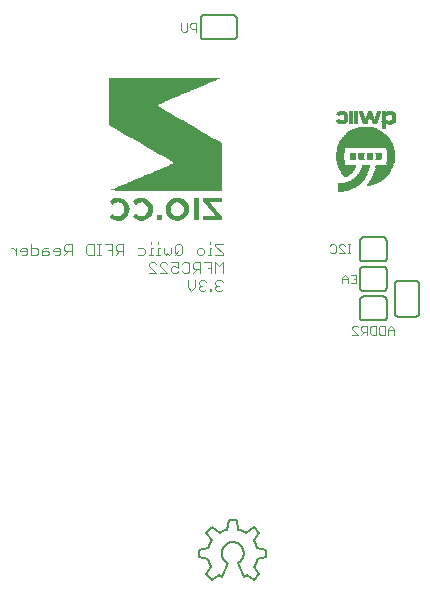
<source format=gbr>
G04 EAGLE Gerber RS-274X export*
G75*
%MOMM*%
%FSLAX34Y34*%
%LPD*%
%INSilkscreen Bottom*%
%IPPOS*%
%AMOC8*
5,1,8,0,0,1.08239X$1,22.5*%
G01*
%ADD10C,0.076200*%
%ADD11C,0.101600*%
%ADD12C,0.152400*%
%ADD13R,0.120000X0.020000*%
%ADD14R,0.340000X0.020000*%
%ADD15R,0.320000X0.020000*%
%ADD16R,0.140000X0.020000*%
%ADD17R,0.280000X0.020000*%
%ADD18R,0.360000X0.020000*%
%ADD19R,0.420000X0.020000*%
%ADD20R,0.380000X0.020000*%
%ADD21R,0.480000X0.020000*%
%ADD22R,0.540000X0.020000*%
%ADD23R,0.560000X0.020000*%
%ADD24R,0.400000X0.020000*%
%ADD25R,0.640000X0.020000*%
%ADD26R,0.620000X0.020000*%
%ADD27R,0.700000X0.020000*%
%ADD28R,0.660000X0.020000*%
%ADD29R,0.740000X0.020000*%
%ADD30R,1.080000X0.020000*%
%ADD31R,0.800000X0.020000*%
%ADD32R,1.100000X0.020000*%
%ADD33R,0.440000X0.020000*%
%ADD34R,0.840000X0.020000*%
%ADD35R,1.120000X0.020000*%
%ADD36R,0.460000X0.020000*%
%ADD37R,0.860000X0.020000*%
%ADD38R,0.900000X0.020000*%
%ADD39R,1.140000X0.020000*%
%ADD40R,0.920000X0.020000*%
%ADD41R,1.160000X0.020000*%
%ADD42R,0.960000X0.020000*%
%ADD43R,0.500000X0.020000*%
%ADD44R,0.520000X0.020000*%
%ADD45R,0.940000X0.020000*%
%ADD46R,0.260000X0.020000*%
%ADD47R,0.180000X0.020000*%
%ADD48R,0.580000X0.020000*%
%ADD49R,0.060000X0.020000*%
%ADD50R,0.600000X0.020000*%
%ADD51R,0.300000X0.020000*%
%ADD52R,0.040000X0.020000*%
%ADD53R,0.100000X0.020000*%
%ADD54R,0.160000X0.020000*%
%ADD55R,0.220000X0.020000*%
%ADD56R,0.980000X0.020000*%
%ADD57R,0.880000X0.020000*%
%ADD58R,0.760000X0.020000*%
%ADD59R,1.060000X0.020000*%
%ADD60R,0.720000X0.020000*%
%ADD61R,0.820000X0.020000*%
%ADD62R,1.180000X0.020000*%
%ADD63R,1.340000X0.020000*%
%ADD64R,1.460000X0.020000*%
%ADD65R,1.600000X0.020000*%
%ADD66R,1.700000X0.020000*%
%ADD67R,1.820000X0.020000*%
%ADD68R,1.900000X0.020000*%
%ADD69R,1.980000X0.020000*%
%ADD70R,2.100000X0.020000*%
%ADD71R,2.160000X0.020000*%
%ADD72R,2.260000X0.020000*%
%ADD73R,2.340000X0.020000*%
%ADD74R,2.400000X0.020000*%
%ADD75R,2.480000X0.020000*%
%ADD76R,2.540000X0.020000*%
%ADD77R,2.600000X0.020000*%
%ADD78R,2.680000X0.020000*%
%ADD79R,2.720000X0.020000*%
%ADD80R,2.800000X0.020000*%
%ADD81R,2.840000X0.020000*%
%ADD82R,2.900000X0.020000*%
%ADD83R,2.960000X0.020000*%
%ADD84R,3.000000X0.020000*%
%ADD85R,3.060000X0.020000*%
%ADD86R,3.120000X0.020000*%
%ADD87R,3.160000X0.020000*%
%ADD88R,3.200000X0.020000*%
%ADD89R,3.260000X0.020000*%
%ADD90R,3.300000X0.020000*%
%ADD91R,3.340000X0.020000*%
%ADD92R,3.380000X0.020000*%
%ADD93R,3.420000X0.020000*%
%ADD94R,3.460000X0.020000*%
%ADD95R,3.520000X0.020000*%
%ADD96R,3.540000X0.020000*%
%ADD97R,3.580000X0.020000*%
%ADD98R,3.620000X0.020000*%
%ADD99R,3.660000X0.020000*%
%ADD100R,3.700000X0.020000*%
%ADD101R,3.740000X0.020000*%
%ADD102R,3.780000X0.020000*%
%ADD103R,3.800000X0.020000*%
%ADD104R,3.840000X0.020000*%
%ADD105R,3.860000X0.020000*%
%ADD106R,3.900000X0.020000*%
%ADD107R,3.940000X0.020000*%
%ADD108R,3.960000X0.020000*%
%ADD109R,3.980000X0.020000*%
%ADD110R,4.020000X0.020000*%
%ADD111R,4.060000X0.020000*%
%ADD112R,4.080000X0.020000*%
%ADD113R,4.100000X0.020000*%
%ADD114R,4.120000X0.020000*%
%ADD115R,4.160000X0.020000*%
%ADD116R,4.180000X0.020000*%
%ADD117R,4.200000X0.020000*%
%ADD118R,4.240000X0.020000*%
%ADD119R,4.260000X0.020000*%
%ADD120R,4.280000X0.020000*%
%ADD121R,4.300000X0.020000*%
%ADD122R,4.320000X0.020000*%
%ADD123R,4.340000X0.020000*%
%ADD124R,4.380000X0.020000*%
%ADD125R,4.400000X0.020000*%
%ADD126R,4.440000X0.020000*%
%ADD127R,4.460000X0.020000*%
%ADD128R,4.500000X0.020000*%
%ADD129R,4.520000X0.020000*%
%ADD130R,4.540000X0.020000*%
%ADD131R,4.560000X0.020000*%
%ADD132R,4.580000X0.020000*%
%ADD133R,4.600000X0.020000*%
%ADD134R,4.620000X0.020000*%
%ADD135R,4.640000X0.020000*%
%ADD136R,4.660000X0.020000*%
%ADD137R,4.680000X0.020000*%
%ADD138R,4.700000X0.020000*%
%ADD139R,4.720000X0.020000*%
%ADD140R,4.740000X0.020000*%
%ADD141R,0.680000X0.020000*%
%ADD142R,1.480000X0.020000*%
%ADD143R,1.580000X0.020000*%
%ADD144R,1.560000X0.020000*%
%ADD145R,1.540000X0.020000*%
%ADD146R,1.520000X0.020000*%
%ADD147R,1.500000X0.020000*%
%ADD148R,1.440000X0.020000*%
%ADD149R,1.400000X0.020000*%
%ADD150R,1.420000X0.020000*%
%ADD151R,1.380000X0.020000*%
%ADD152R,1.360000X0.020000*%
%ADD153R,1.320000X0.020000*%
%ADD154R,1.300000X0.020000*%
%ADD155R,1.260000X0.020000*%
%ADD156R,1.220000X0.020000*%
%ADD157R,1.200000X0.020000*%
%ADD158R,1.040000X0.020000*%
%ADD159R,1.020000X0.020000*%
%ADD160R,1.000000X0.020000*%
%ADD161R,1.280000X0.020000*%
%ADD162R,0.780000X0.020000*%
%ADD163R,1.240000X0.020000*%
%ADD164R,0.020000X0.020000*%
%ADD165R,1.840000X0.020000*%
%ADD166R,1.800000X0.020000*%
%ADD167R,1.780000X0.020000*%
%ADD168R,1.760000X0.020000*%
%ADD169R,1.740000X0.020000*%
%ADD170R,1.680000X0.020000*%
%ADD171R,1.660000X0.020000*%
%ADD172R,1.620000X0.020000*%

G36*
X889847Y339325D02*
X889847Y339325D01*
X889846Y339326D01*
X889847Y339327D01*
X889847Y379405D01*
X889842Y379411D01*
X889841Y379416D01*
X887072Y381022D01*
X884304Y382626D01*
X881536Y384232D01*
X875999Y387439D01*
X873231Y389046D01*
X870462Y390649D01*
X867691Y392256D01*
X864922Y393859D01*
X862154Y395463D01*
X859389Y397069D01*
X856624Y398673D01*
X853859Y400279D01*
X851094Y401886D01*
X848332Y403492D01*
X845570Y405102D01*
X842808Y406712D01*
X840046Y408328D01*
X837290Y409944D01*
X834568Y411574D01*
X837241Y412717D01*
X839942Y413856D01*
X842646Y414996D01*
X845347Y416132D01*
X848049Y417271D01*
X850753Y418404D01*
X853454Y419540D01*
X856158Y420676D01*
X858860Y421813D01*
X861564Y422945D01*
X864323Y424104D01*
X867081Y425259D01*
X869840Y426418D01*
X872596Y427576D01*
X875354Y428732D01*
X880872Y431049D01*
X883631Y432207D01*
X886389Y433366D01*
X889145Y434525D01*
X889785Y434800D01*
X889788Y434805D01*
X889792Y434809D01*
X889791Y434811D01*
X889792Y434814D01*
X889785Y434817D01*
X889780Y434823D01*
X880237Y434823D01*
X877056Y434826D01*
X848425Y434826D01*
X847552Y434827D01*
X847520Y434827D01*
X845244Y434829D01*
X813428Y434829D01*
X810247Y434832D01*
X794341Y434832D01*
X794329Y434822D01*
X794330Y434821D01*
X794329Y434820D01*
X794329Y394639D01*
X794334Y394634D01*
X794335Y394629D01*
X797094Y393032D01*
X799853Y391432D01*
X802608Y389832D01*
X805367Y388235D01*
X808126Y386634D01*
X810885Y385037D01*
X813643Y383437D01*
X816402Y381837D01*
X819161Y380240D01*
X821919Y378640D01*
X824685Y377036D01*
X827447Y375436D01*
X830212Y373833D01*
X832977Y372229D01*
X835742Y370623D01*
X838504Y369019D01*
X841266Y367413D01*
X846790Y364200D01*
X849525Y362592D01*
X846820Y361421D01*
X844080Y360256D01*
X841344Y359100D01*
X838601Y357942D01*
X835862Y356786D01*
X833119Y355631D01*
X830380Y354479D01*
X827637Y353327D01*
X824894Y352175D01*
X822151Y351026D01*
X819389Y349867D01*
X816631Y348709D01*
X813869Y347550D01*
X811107Y346392D01*
X808348Y345233D01*
X805586Y344074D01*
X802827Y342916D01*
X800065Y341757D01*
X797307Y340596D01*
X794551Y339431D01*
X794548Y339425D01*
X794544Y339421D01*
X794546Y339419D01*
X794544Y339416D01*
X794551Y339413D01*
X794556Y339408D01*
X797724Y339376D01*
X800892Y339363D01*
X804064Y339353D01*
X807236Y339347D01*
X810407Y339341D01*
X813576Y339337D01*
X816747Y339334D01*
X819919Y339328D01*
X823090Y339325D01*
X826262Y339325D01*
X829430Y339321D01*
X832602Y339318D01*
X848476Y339318D01*
X851657Y339315D01*
X889835Y339315D01*
X889847Y339325D01*
G37*
G36*
X853719Y313926D02*
X853719Y313926D01*
X853720Y313928D01*
X853722Y313927D01*
X856676Y314884D01*
X856677Y314886D01*
X856679Y314885D01*
X859208Y316693D01*
X859208Y316696D01*
X859210Y316696D01*
X861038Y319205D01*
X861037Y319208D01*
X861039Y319208D01*
X861471Y320415D01*
X861795Y321304D01*
X861794Y321307D01*
X861795Y321308D01*
X861946Y323535D01*
X861945Y323536D01*
X861946Y323537D01*
X861776Y325851D01*
X861774Y325853D01*
X861775Y325854D01*
X860927Y328011D01*
X860925Y328012D01*
X860926Y328014D01*
X859117Y330485D01*
X859115Y330485D01*
X859115Y330488D01*
X856605Y332245D01*
X856603Y332244D01*
X856603Y332246D01*
X854353Y333053D01*
X854351Y333052D01*
X854349Y333053D01*
X851959Y333191D01*
X851958Y333190D01*
X851957Y333191D01*
X849044Y332903D01*
X849043Y332901D01*
X849041Y332902D01*
X846202Y331567D01*
X846201Y331565D01*
X846199Y331565D01*
X843914Y329421D01*
X843913Y329418D01*
X843911Y329417D01*
X842471Y326633D01*
X842472Y326631D01*
X842470Y326629D01*
X842470Y326628D01*
X842468Y326616D01*
X842459Y326556D01*
X842457Y326544D01*
X842456Y326532D01*
X842454Y326520D01*
X842443Y326449D01*
X842442Y326437D01*
X842440Y326425D01*
X842438Y326413D01*
X842429Y326353D01*
X842428Y326341D01*
X842426Y326329D01*
X842424Y326317D01*
X842422Y326306D01*
X842422Y326305D01*
X842414Y326246D01*
X842412Y326234D01*
X842410Y326222D01*
X842409Y326210D01*
X842408Y326210D01*
X842409Y326210D01*
X842398Y326138D01*
X842396Y326126D01*
X842395Y326115D01*
X842395Y326114D01*
X842393Y326103D01*
X842384Y326043D01*
X842382Y326031D01*
X842381Y326019D01*
X842379Y326007D01*
X842368Y325935D01*
X842367Y325924D01*
X842367Y325923D01*
X842365Y325912D01*
X842363Y325900D01*
X842354Y325840D01*
X842353Y325828D01*
X842351Y325816D01*
X842349Y325804D01*
X842347Y325792D01*
X842339Y325733D01*
X842339Y325732D01*
X842337Y325721D01*
X842335Y325709D01*
X842333Y325697D01*
X842323Y325625D01*
X842321Y325613D01*
X842319Y325601D01*
X842318Y325589D01*
X842309Y325530D01*
X842307Y325518D01*
X842305Y325506D01*
X842304Y325494D01*
X842293Y325422D01*
X842292Y325410D01*
X842291Y325410D01*
X842292Y325410D01*
X842290Y325398D01*
X842288Y325386D01*
X842278Y325315D01*
X842276Y325303D01*
X842274Y325291D01*
X842272Y325279D01*
X842264Y325219D01*
X842262Y325207D01*
X842260Y325195D01*
X842258Y325183D01*
X842248Y325112D01*
X842246Y325100D01*
X842244Y325088D01*
X842243Y325076D01*
X842234Y325016D01*
X842232Y325004D01*
X842230Y324992D01*
X842229Y324980D01*
X842218Y324909D01*
X842216Y324897D01*
X842215Y324885D01*
X842213Y324873D01*
X842202Y324801D01*
X842201Y324789D01*
X842199Y324778D01*
X842199Y324777D01*
X842197Y324766D01*
X842188Y324706D01*
X842187Y324694D01*
X842185Y324682D01*
X842183Y324670D01*
X842173Y324598D01*
X842171Y324587D01*
X842171Y324586D01*
X842169Y324575D01*
X842168Y324563D01*
X842167Y324563D01*
X842168Y324563D01*
X842159Y324503D01*
X842157Y324491D01*
X842155Y324479D01*
X842154Y324467D01*
X842143Y324396D01*
X842143Y324395D01*
X842141Y324384D01*
X842140Y324372D01*
X842138Y324360D01*
X842127Y324288D01*
X842126Y324276D01*
X842124Y324264D01*
X842122Y324252D01*
X842113Y324193D01*
X842112Y324181D01*
X842110Y324169D01*
X842108Y324157D01*
X842098Y324085D01*
X842096Y324073D01*
X842094Y324061D01*
X842092Y324049D01*
X842084Y323990D01*
X842082Y323978D01*
X842080Y323966D01*
X842078Y323954D01*
X842077Y323942D01*
X842068Y323882D01*
X842066Y323870D01*
X842064Y323858D01*
X842063Y323846D01*
X842052Y323775D01*
X842051Y323763D01*
X842050Y323763D01*
X842051Y323763D01*
X842049Y323751D01*
X842047Y323739D01*
X842038Y323679D01*
X842037Y323667D01*
X842035Y323655D01*
X842033Y323643D01*
X842023Y323572D01*
X842022Y323567D01*
X842023Y323565D01*
X842022Y323563D01*
X842310Y321157D01*
X842311Y321155D01*
X842310Y321154D01*
X842595Y320415D01*
X843191Y318894D01*
X843192Y318893D01*
X843192Y318892D01*
X844623Y316939D01*
X844625Y316939D01*
X844625Y316937D01*
X846811Y315190D01*
X846813Y315190D01*
X846814Y315188D01*
X849403Y314129D01*
X849405Y314129D01*
X849406Y314128D01*
X851553Y313872D01*
X851554Y313872D01*
X851555Y313872D01*
X853719Y313926D01*
G37*
G36*
X889847Y314145D02*
X889847Y314145D01*
X889846Y314145D01*
X889847Y314146D01*
X889847Y317295D01*
X889843Y317299D01*
X889844Y317303D01*
X888132Y319294D01*
X886419Y321284D01*
X884707Y323278D01*
X882995Y325269D01*
X881280Y327260D01*
X879584Y329231D01*
X882048Y329246D01*
X884538Y329259D01*
X887025Y329272D01*
X889515Y329288D01*
X889527Y329299D01*
X889526Y329299D01*
X889527Y329300D01*
X889527Y332926D01*
X889516Y332938D01*
X889515Y332937D01*
X889515Y332938D01*
X874150Y332938D01*
X874138Y332928D01*
X874138Y332927D01*
X874138Y332926D01*
X874150Y329777D01*
X874154Y329773D01*
X874153Y329769D01*
X875869Y327778D01*
X877587Y325785D01*
X879303Y323794D01*
X881018Y321803D01*
X882737Y319809D01*
X884435Y317838D01*
X883713Y317835D01*
X883707Y317835D01*
X881885Y317826D01*
X881426Y317823D01*
X881421Y317823D01*
X879502Y317811D01*
X879497Y317811D01*
X879305Y317810D01*
X877145Y317799D01*
X877139Y317799D01*
X876729Y317797D01*
X874741Y317787D01*
X874735Y317787D01*
X874150Y317784D01*
X874138Y317774D01*
X874138Y317773D01*
X874138Y317772D01*
X874138Y314146D01*
X874148Y314134D01*
X874149Y314135D01*
X874150Y314134D01*
X889835Y314134D01*
X889847Y314145D01*
G37*
G36*
X823308Y313913D02*
X823308Y313913D01*
X823310Y313915D01*
X823312Y313914D01*
X826317Y314877D01*
X826318Y314879D01*
X826320Y314879D01*
X828833Y316783D01*
X828833Y316786D01*
X828835Y316786D01*
X830365Y318917D01*
X830365Y318920D01*
X830367Y318920D01*
X831250Y321394D01*
X831249Y321396D01*
X831251Y321397D01*
X831449Y324015D01*
X831448Y324017D01*
X831449Y324018D01*
X831023Y326508D01*
X831022Y326509D01*
X831022Y326511D01*
X829973Y328809D01*
X829971Y328810D01*
X829971Y328812D01*
X828355Y330754D01*
X828353Y330755D01*
X828352Y330756D01*
X826192Y332261D01*
X826190Y332260D01*
X826189Y332262D01*
X823693Y333101D01*
X823691Y333100D01*
X823690Y333101D01*
X821145Y333239D01*
X821144Y333238D01*
X821143Y333239D01*
X818612Y332944D01*
X818610Y332943D01*
X818609Y332944D01*
X816448Y332070D01*
X816447Y332068D01*
X816446Y332068D01*
X814561Y330705D01*
X814560Y330700D01*
X814556Y330699D01*
X814403Y330184D01*
X814403Y330183D01*
X814406Y330177D01*
X814405Y330172D01*
X815618Y328755D01*
X816741Y327442D01*
X816754Y327441D01*
X816756Y327440D01*
X817566Y327907D01*
X819545Y329042D01*
X821781Y329448D01*
X823984Y328908D01*
X825859Y327372D01*
X826922Y325191D01*
X827079Y323587D01*
X826922Y321987D01*
X825705Y319563D01*
X823518Y317976D01*
X821557Y317714D01*
X819593Y317972D01*
X817301Y319369D01*
X816729Y319833D01*
X816713Y319832D01*
X815385Y318514D01*
X814060Y317195D01*
X814059Y317179D01*
X814060Y317179D01*
X814060Y317178D01*
X814748Y316522D01*
X814749Y316522D01*
X814749Y316521D01*
X816718Y315036D01*
X816720Y315036D01*
X816720Y315034D01*
X819012Y314129D01*
X819014Y314129D01*
X819015Y314128D01*
X821153Y313875D01*
X821154Y313876D01*
X821154Y313875D01*
X823308Y313913D01*
G37*
G36*
X803251Y313878D02*
X803251Y313878D01*
X803253Y313880D01*
X803254Y313879D01*
X805997Y314669D01*
X805998Y314671D01*
X806000Y314670D01*
X808397Y316210D01*
X808398Y316212D01*
X808400Y316212D01*
X810221Y318411D01*
X810221Y318413D01*
X810223Y318414D01*
X811334Y321041D01*
X811333Y321043D01*
X811334Y321045D01*
X811581Y323532D01*
X811580Y323533D01*
X811581Y323534D01*
X811338Y326021D01*
X811336Y326022D01*
X811337Y326024D01*
X810297Y328524D01*
X810295Y328525D01*
X810295Y328526D01*
X808621Y330652D01*
X808619Y330652D01*
X808619Y330654D01*
X806407Y332213D01*
X806405Y332212D01*
X806404Y332214D01*
X803847Y333101D01*
X803845Y333100D01*
X803844Y333101D01*
X801300Y333239D01*
X801298Y333238D01*
X801298Y333239D01*
X798766Y332944D01*
X798765Y332943D01*
X798763Y332944D01*
X796606Y332070D01*
X796605Y332068D01*
X796603Y332068D01*
X794718Y330708D01*
X794715Y330693D01*
X795761Y328757D01*
X795763Y328756D01*
X795763Y328755D01*
X796902Y327436D01*
X796908Y327435D01*
X796910Y327433D01*
X796913Y327433D01*
X796914Y327434D01*
X796917Y327433D01*
X797461Y327712D01*
X797462Y327712D01*
X799495Y328972D01*
X801824Y329461D01*
X804139Y328908D01*
X805844Y327599D01*
X806898Y325718D01*
X807240Y323587D01*
X806834Y321214D01*
X805489Y319221D01*
X803628Y317966D01*
X801399Y317704D01*
X799278Y318174D01*
X797456Y319369D01*
X796883Y319833D01*
X796868Y319832D01*
X795600Y318568D01*
X794332Y317191D01*
X794332Y317176D01*
X794838Y316574D01*
X794840Y316574D01*
X794840Y316572D01*
X796779Y315078D01*
X796781Y315078D01*
X796782Y315076D01*
X799051Y314167D01*
X799053Y314168D01*
X799054Y314166D01*
X801490Y313872D01*
X801491Y313872D01*
X803251Y313878D01*
G37*
%LPC*%
G36*
X850524Y317842D02*
X850524Y317842D01*
X848366Y318975D01*
X847285Y320426D01*
X846909Y320933D01*
X846360Y323313D01*
X846737Y325730D01*
X848251Y327953D01*
X850033Y329087D01*
X852118Y329422D01*
X854433Y328930D01*
X856304Y327493D01*
X857413Y325398D01*
X857649Y323645D01*
X857640Y323560D01*
X857619Y323381D01*
X857598Y323190D01*
X857578Y323011D01*
X857556Y322820D01*
X857536Y322641D01*
X857514Y322450D01*
X857494Y322271D01*
X857473Y322080D01*
X857453Y321901D01*
X857452Y321901D01*
X857451Y321889D01*
X856604Y320425D01*
X855969Y319330D01*
X854197Y318296D01*
X853381Y317842D01*
X850524Y317842D01*
G37*
%LPD*%
G36*
X870001Y314145D02*
X870001Y314145D01*
X870000Y314145D01*
X870001Y314146D01*
X870001Y332923D01*
X869991Y332935D01*
X869990Y332934D01*
X869989Y332935D01*
X865934Y332935D01*
X865922Y332924D01*
X865923Y332924D01*
X865922Y332923D01*
X865922Y314146D01*
X865933Y314134D01*
X865934Y314135D01*
X865934Y314134D01*
X869989Y314134D01*
X870001Y314145D01*
G37*
G36*
X838951Y314145D02*
X838951Y314145D01*
X838950Y314145D01*
X838951Y314146D01*
X838951Y318412D01*
X838940Y318424D01*
X838940Y318423D01*
X838939Y318424D01*
X834564Y318424D01*
X834552Y318414D01*
X834553Y318413D01*
X834552Y318412D01*
X834552Y314146D01*
X834562Y314134D01*
X834563Y314135D01*
X834564Y314134D01*
X838939Y314134D01*
X838951Y314145D01*
G37*
D10*
X867791Y473837D02*
X867791Y481209D01*
X864105Y481209D01*
X862876Y479981D01*
X862876Y477523D01*
X864105Y476294D01*
X867791Y476294D01*
X860307Y475066D02*
X860307Y481209D01*
X860307Y475066D02*
X859078Y473837D01*
X856621Y473837D01*
X855392Y475066D01*
X855392Y481209D01*
X996144Y286385D02*
X998601Y286385D01*
X997372Y286385D02*
X997372Y293757D01*
X996144Y293757D02*
X998601Y293757D01*
X993612Y286385D02*
X988697Y286385D01*
X993612Y286385D02*
X988697Y291300D01*
X988697Y292529D01*
X989925Y293757D01*
X992383Y293757D01*
X993612Y292529D01*
X982441Y293757D02*
X981213Y292529D01*
X982441Y293757D02*
X984899Y293757D01*
X986127Y292529D01*
X986127Y287614D01*
X984899Y286385D01*
X982441Y286385D01*
X981213Y287614D01*
X998766Y268103D02*
X1003681Y268103D01*
X1003681Y260731D01*
X998766Y260731D01*
X1001224Y264417D02*
X1003681Y264417D01*
X996197Y265646D02*
X996197Y260731D01*
X996197Y265646D02*
X993739Y268103D01*
X991282Y265646D01*
X991282Y260731D01*
X991282Y264417D02*
X996197Y264417D01*
X1035177Y222212D02*
X1035177Y217297D01*
X1035177Y222212D02*
X1032720Y224669D01*
X1030262Y222212D01*
X1030262Y217297D01*
X1030262Y220983D02*
X1035177Y220983D01*
X1027693Y224669D02*
X1027693Y217297D01*
X1024007Y217297D01*
X1022778Y218526D01*
X1022778Y223441D01*
X1024007Y224669D01*
X1027693Y224669D01*
X1020209Y224669D02*
X1020209Y217297D01*
X1016523Y217297D01*
X1015294Y218526D01*
X1015294Y223441D01*
X1016523Y224669D01*
X1020209Y224669D01*
X1012725Y224669D02*
X1012725Y217297D01*
X1012725Y224669D02*
X1009038Y224669D01*
X1007810Y223441D01*
X1007810Y220983D01*
X1009038Y219754D01*
X1012725Y219754D01*
X1010267Y219754D02*
X1007810Y217297D01*
X1005240Y217297D02*
X1000326Y217297D01*
X1005240Y217297D02*
X1000326Y222212D01*
X1000326Y223441D01*
X1001554Y224669D01*
X1004012Y224669D01*
X1005240Y223441D01*
D11*
X890270Y293886D02*
X884169Y293886D01*
X884169Y292361D01*
X890270Y286259D01*
X890270Y284734D01*
X884169Y284734D01*
X880915Y290835D02*
X879390Y290835D01*
X879390Y284734D01*
X880915Y284734D02*
X877864Y284734D01*
X879390Y293886D02*
X879390Y295411D01*
X873153Y284734D02*
X870102Y284734D01*
X868577Y286259D01*
X868577Y289310D01*
X870102Y290835D01*
X873153Y290835D01*
X874678Y289310D01*
X874678Y286259D01*
X873153Y284734D01*
X855968Y286259D02*
X855968Y292361D01*
X854442Y293886D01*
X851392Y293886D01*
X849866Y292361D01*
X849866Y286259D01*
X851392Y284734D01*
X854442Y284734D01*
X855968Y286259D01*
X852917Y287785D02*
X849866Y284734D01*
X846612Y286259D02*
X846612Y290835D01*
X846612Y286259D02*
X845087Y284734D01*
X843562Y286259D01*
X842037Y284734D01*
X840511Y286259D01*
X840511Y290835D01*
X837257Y290835D02*
X835732Y290835D01*
X835732Y284734D01*
X837257Y284734D02*
X834207Y284734D01*
X835732Y293886D02*
X835732Y295411D01*
X831021Y290835D02*
X829495Y290835D01*
X829495Y284734D01*
X827970Y284734D02*
X831021Y284734D01*
X829495Y293886D02*
X829495Y295411D01*
X823258Y290835D02*
X818683Y290835D01*
X823258Y290835D02*
X824784Y289310D01*
X824784Y286259D01*
X823258Y284734D01*
X818683Y284734D01*
X806073Y284734D02*
X806073Y293886D01*
X801497Y293886D01*
X799972Y292361D01*
X799972Y289310D01*
X801497Y287785D01*
X806073Y287785D01*
X803023Y287785D02*
X799972Y284734D01*
X796718Y284734D02*
X796718Y293886D01*
X790617Y293886D01*
X793668Y289310D02*
X796718Y289310D01*
X787363Y284734D02*
X784312Y284734D01*
X785838Y284734D02*
X785838Y293886D01*
X787363Y293886D02*
X784312Y293886D01*
X781126Y293886D02*
X781126Y284734D01*
X776550Y284734D01*
X775025Y286259D01*
X775025Y292361D01*
X776550Y293886D01*
X781126Y293886D01*
X762416Y293886D02*
X762416Y284734D01*
X762416Y293886D02*
X757840Y293886D01*
X756315Y292361D01*
X756315Y289310D01*
X757840Y287785D01*
X762416Y287785D01*
X759365Y287785D02*
X756315Y284734D01*
X751535Y284734D02*
X748485Y284734D01*
X751535Y284734D02*
X753061Y286259D01*
X753061Y289310D01*
X751535Y290835D01*
X748485Y290835D01*
X746959Y289310D01*
X746959Y287785D01*
X753061Y287785D01*
X742180Y290835D02*
X739130Y290835D01*
X737604Y289310D01*
X737604Y284734D01*
X742180Y284734D01*
X743705Y286259D01*
X742180Y287785D01*
X737604Y287785D01*
X728249Y284734D02*
X728249Y293886D01*
X728249Y284734D02*
X732825Y284734D01*
X734350Y286259D01*
X734350Y289310D01*
X732825Y290835D01*
X728249Y290835D01*
X723470Y284734D02*
X720419Y284734D01*
X723470Y284734D02*
X724995Y286259D01*
X724995Y289310D01*
X723470Y290835D01*
X720419Y290835D01*
X718894Y289310D01*
X718894Y287785D01*
X724995Y287785D01*
X715640Y284734D02*
X715640Y290835D01*
X715640Y287785D02*
X712589Y290835D01*
X711064Y290835D01*
X890270Y278646D02*
X890270Y269494D01*
X887219Y275595D02*
X890270Y278646D01*
X887219Y275595D02*
X884169Y278646D01*
X884169Y269494D01*
X880915Y269494D02*
X880915Y278646D01*
X874814Y278646D01*
X877864Y274070D02*
X880915Y274070D01*
X871560Y269494D02*
X871560Y278646D01*
X866984Y278646D01*
X865458Y277121D01*
X865458Y274070D01*
X866984Y272545D01*
X871560Y272545D01*
X868509Y272545D02*
X865458Y269494D01*
X857629Y278646D02*
X856103Y277121D01*
X857629Y278646D02*
X860679Y278646D01*
X862204Y277121D01*
X862204Y271019D01*
X860679Y269494D01*
X857629Y269494D01*
X856103Y271019D01*
X852849Y278646D02*
X846748Y278646D01*
X852849Y278646D02*
X852849Y274070D01*
X849799Y275595D01*
X848273Y275595D01*
X846748Y274070D01*
X846748Y271019D01*
X848273Y269494D01*
X851324Y269494D01*
X852849Y271019D01*
X843494Y269494D02*
X837393Y269494D01*
X843494Y269494D02*
X837393Y275595D01*
X837393Y277121D01*
X838918Y278646D01*
X841969Y278646D01*
X843494Y277121D01*
X834139Y269494D02*
X828038Y269494D01*
X834139Y269494D02*
X828038Y275595D01*
X828038Y277121D01*
X829563Y278646D01*
X832614Y278646D01*
X834139Y277121D01*
X888745Y263406D02*
X890270Y261881D01*
X888745Y263406D02*
X885694Y263406D01*
X884169Y261881D01*
X884169Y260355D01*
X885694Y258830D01*
X887219Y258830D01*
X885694Y258830D02*
X884169Y257305D01*
X884169Y255779D01*
X885694Y254254D01*
X888745Y254254D01*
X890270Y255779D01*
X880915Y255779D02*
X880915Y254254D01*
X880915Y255779D02*
X879390Y255779D01*
X879390Y254254D01*
X880915Y254254D01*
X876237Y261881D02*
X874712Y263406D01*
X871661Y263406D01*
X870136Y261881D01*
X870136Y260355D01*
X871661Y258830D01*
X873187Y258830D01*
X871661Y258830D02*
X870136Y257305D01*
X870136Y255779D01*
X871661Y254254D01*
X874712Y254254D01*
X876237Y255779D01*
X866882Y257305D02*
X866882Y263406D01*
X866882Y257305D02*
X863831Y254254D01*
X860781Y257305D01*
X860781Y263406D01*
D12*
X874268Y487934D02*
X899668Y487934D01*
X902208Y470154D02*
X902206Y470054D01*
X902200Y469955D01*
X902190Y469855D01*
X902177Y469757D01*
X902159Y469658D01*
X902138Y469561D01*
X902113Y469465D01*
X902084Y469369D01*
X902051Y469275D01*
X902015Y469182D01*
X901975Y469091D01*
X901931Y469001D01*
X901884Y468913D01*
X901834Y468827D01*
X901780Y468743D01*
X901723Y468661D01*
X901663Y468582D01*
X901599Y468504D01*
X901533Y468430D01*
X901464Y468358D01*
X901392Y468289D01*
X901318Y468223D01*
X901240Y468159D01*
X901161Y468099D01*
X901079Y468042D01*
X900995Y467988D01*
X900909Y467938D01*
X900821Y467891D01*
X900731Y467847D01*
X900640Y467807D01*
X900547Y467771D01*
X900453Y467738D01*
X900357Y467709D01*
X900261Y467684D01*
X900164Y467663D01*
X900065Y467645D01*
X899967Y467632D01*
X899867Y467622D01*
X899768Y467616D01*
X899668Y467614D01*
X874268Y467614D02*
X874168Y467616D01*
X874069Y467622D01*
X873969Y467632D01*
X873871Y467645D01*
X873772Y467663D01*
X873675Y467684D01*
X873579Y467709D01*
X873483Y467738D01*
X873389Y467771D01*
X873296Y467807D01*
X873205Y467847D01*
X873115Y467891D01*
X873027Y467938D01*
X872941Y467988D01*
X872857Y468042D01*
X872775Y468099D01*
X872696Y468159D01*
X872618Y468223D01*
X872544Y468289D01*
X872472Y468358D01*
X872403Y468430D01*
X872337Y468504D01*
X872273Y468582D01*
X872213Y468661D01*
X872156Y468743D01*
X872102Y468827D01*
X872052Y468913D01*
X872005Y469001D01*
X871961Y469091D01*
X871921Y469182D01*
X871885Y469275D01*
X871852Y469369D01*
X871823Y469465D01*
X871798Y469561D01*
X871777Y469658D01*
X871759Y469757D01*
X871746Y469855D01*
X871736Y469955D01*
X871730Y470054D01*
X871728Y470154D01*
X871728Y485394D02*
X871730Y485494D01*
X871736Y485593D01*
X871746Y485693D01*
X871759Y485791D01*
X871777Y485890D01*
X871798Y485987D01*
X871823Y486083D01*
X871852Y486179D01*
X871885Y486273D01*
X871921Y486366D01*
X871961Y486457D01*
X872005Y486547D01*
X872052Y486635D01*
X872102Y486721D01*
X872156Y486805D01*
X872213Y486887D01*
X872273Y486966D01*
X872337Y487044D01*
X872403Y487118D01*
X872472Y487190D01*
X872544Y487259D01*
X872618Y487325D01*
X872696Y487389D01*
X872775Y487449D01*
X872857Y487506D01*
X872941Y487560D01*
X873027Y487610D01*
X873115Y487657D01*
X873205Y487701D01*
X873296Y487741D01*
X873389Y487777D01*
X873483Y487810D01*
X873579Y487839D01*
X873675Y487864D01*
X873772Y487885D01*
X873871Y487903D01*
X873969Y487916D01*
X874069Y487926D01*
X874168Y487932D01*
X874268Y487934D01*
X899668Y487934D02*
X899768Y487932D01*
X899867Y487926D01*
X899967Y487916D01*
X900065Y487903D01*
X900164Y487885D01*
X900261Y487864D01*
X900357Y487839D01*
X900453Y487810D01*
X900547Y487777D01*
X900640Y487741D01*
X900731Y487701D01*
X900821Y487657D01*
X900909Y487610D01*
X900995Y487560D01*
X901079Y487506D01*
X901161Y487449D01*
X901240Y487389D01*
X901318Y487325D01*
X901392Y487259D01*
X901464Y487190D01*
X901533Y487118D01*
X901599Y487044D01*
X901663Y486966D01*
X901723Y486887D01*
X901780Y486805D01*
X901834Y486721D01*
X901884Y486635D01*
X901931Y486547D01*
X901975Y486457D01*
X902015Y486366D01*
X902051Y486273D01*
X902084Y486179D01*
X902113Y486083D01*
X902138Y485987D01*
X902159Y485890D01*
X902177Y485791D01*
X902190Y485693D01*
X902200Y485593D01*
X902206Y485494D01*
X902208Y485394D01*
X902208Y470154D01*
X871728Y470154D02*
X871728Y485394D01*
X874268Y467614D02*
X899668Y467614D01*
X1009396Y279400D02*
X1026668Y279400D01*
X1006856Y297180D02*
X1006858Y297280D01*
X1006864Y297379D01*
X1006874Y297479D01*
X1006887Y297577D01*
X1006905Y297676D01*
X1006926Y297773D01*
X1006951Y297869D01*
X1006980Y297965D01*
X1007013Y298059D01*
X1007049Y298152D01*
X1007089Y298243D01*
X1007133Y298333D01*
X1007180Y298421D01*
X1007230Y298507D01*
X1007284Y298591D01*
X1007341Y298673D01*
X1007401Y298752D01*
X1007465Y298830D01*
X1007531Y298904D01*
X1007600Y298976D01*
X1007672Y299045D01*
X1007746Y299111D01*
X1007824Y299175D01*
X1007903Y299235D01*
X1007985Y299292D01*
X1008069Y299346D01*
X1008155Y299396D01*
X1008243Y299443D01*
X1008333Y299487D01*
X1008424Y299527D01*
X1008517Y299563D01*
X1008611Y299596D01*
X1008707Y299625D01*
X1008803Y299650D01*
X1008900Y299671D01*
X1008999Y299689D01*
X1009097Y299702D01*
X1009197Y299712D01*
X1009296Y299718D01*
X1009396Y299720D01*
X1026668Y299720D02*
X1026768Y299718D01*
X1026867Y299712D01*
X1026967Y299702D01*
X1027065Y299689D01*
X1027164Y299671D01*
X1027261Y299650D01*
X1027357Y299625D01*
X1027453Y299596D01*
X1027547Y299563D01*
X1027640Y299527D01*
X1027731Y299487D01*
X1027821Y299443D01*
X1027909Y299396D01*
X1027995Y299346D01*
X1028079Y299292D01*
X1028161Y299235D01*
X1028240Y299175D01*
X1028318Y299111D01*
X1028392Y299045D01*
X1028464Y298976D01*
X1028533Y298904D01*
X1028599Y298830D01*
X1028663Y298752D01*
X1028723Y298673D01*
X1028780Y298591D01*
X1028834Y298507D01*
X1028884Y298421D01*
X1028931Y298333D01*
X1028975Y298243D01*
X1029015Y298152D01*
X1029051Y298059D01*
X1029084Y297965D01*
X1029113Y297869D01*
X1029138Y297773D01*
X1029159Y297676D01*
X1029177Y297577D01*
X1029190Y297479D01*
X1029200Y297379D01*
X1029206Y297280D01*
X1029208Y297180D01*
X1029208Y281940D02*
X1029206Y281840D01*
X1029200Y281741D01*
X1029190Y281641D01*
X1029177Y281543D01*
X1029159Y281444D01*
X1029138Y281347D01*
X1029113Y281251D01*
X1029084Y281155D01*
X1029051Y281061D01*
X1029015Y280968D01*
X1028975Y280877D01*
X1028931Y280787D01*
X1028884Y280699D01*
X1028834Y280613D01*
X1028780Y280529D01*
X1028723Y280447D01*
X1028663Y280368D01*
X1028599Y280290D01*
X1028533Y280216D01*
X1028464Y280144D01*
X1028392Y280075D01*
X1028318Y280009D01*
X1028240Y279945D01*
X1028161Y279885D01*
X1028079Y279828D01*
X1027995Y279774D01*
X1027909Y279724D01*
X1027821Y279677D01*
X1027731Y279633D01*
X1027640Y279593D01*
X1027547Y279557D01*
X1027453Y279524D01*
X1027357Y279495D01*
X1027261Y279470D01*
X1027164Y279449D01*
X1027065Y279431D01*
X1026967Y279418D01*
X1026867Y279408D01*
X1026768Y279402D01*
X1026668Y279400D01*
X1009396Y279400D02*
X1009296Y279402D01*
X1009197Y279408D01*
X1009097Y279418D01*
X1008999Y279431D01*
X1008900Y279449D01*
X1008803Y279470D01*
X1008707Y279495D01*
X1008611Y279524D01*
X1008517Y279557D01*
X1008424Y279593D01*
X1008333Y279633D01*
X1008243Y279677D01*
X1008155Y279724D01*
X1008069Y279774D01*
X1007985Y279828D01*
X1007903Y279885D01*
X1007824Y279945D01*
X1007746Y280009D01*
X1007672Y280075D01*
X1007600Y280144D01*
X1007531Y280216D01*
X1007465Y280290D01*
X1007401Y280368D01*
X1007341Y280447D01*
X1007284Y280529D01*
X1007230Y280613D01*
X1007180Y280699D01*
X1007133Y280787D01*
X1007089Y280877D01*
X1007049Y280968D01*
X1007013Y281061D01*
X1006980Y281155D01*
X1006951Y281251D01*
X1006926Y281347D01*
X1006905Y281444D01*
X1006887Y281543D01*
X1006874Y281641D01*
X1006864Y281741D01*
X1006858Y281840D01*
X1006856Y281940D01*
X1006856Y297180D01*
X1029208Y297180D02*
X1029208Y281940D01*
X1026668Y299720D02*
X1009396Y299720D01*
X1009396Y229362D02*
X1026668Y229362D01*
X1006856Y247142D02*
X1006858Y247242D01*
X1006864Y247341D01*
X1006874Y247441D01*
X1006887Y247539D01*
X1006905Y247638D01*
X1006926Y247735D01*
X1006951Y247831D01*
X1006980Y247927D01*
X1007013Y248021D01*
X1007049Y248114D01*
X1007089Y248205D01*
X1007133Y248295D01*
X1007180Y248383D01*
X1007230Y248469D01*
X1007284Y248553D01*
X1007341Y248635D01*
X1007401Y248714D01*
X1007465Y248792D01*
X1007531Y248866D01*
X1007600Y248938D01*
X1007672Y249007D01*
X1007746Y249073D01*
X1007824Y249137D01*
X1007903Y249197D01*
X1007985Y249254D01*
X1008069Y249308D01*
X1008155Y249358D01*
X1008243Y249405D01*
X1008333Y249449D01*
X1008424Y249489D01*
X1008517Y249525D01*
X1008611Y249558D01*
X1008707Y249587D01*
X1008803Y249612D01*
X1008900Y249633D01*
X1008999Y249651D01*
X1009097Y249664D01*
X1009197Y249674D01*
X1009296Y249680D01*
X1009396Y249682D01*
X1026668Y249682D02*
X1026768Y249680D01*
X1026867Y249674D01*
X1026967Y249664D01*
X1027065Y249651D01*
X1027164Y249633D01*
X1027261Y249612D01*
X1027357Y249587D01*
X1027453Y249558D01*
X1027547Y249525D01*
X1027640Y249489D01*
X1027731Y249449D01*
X1027821Y249405D01*
X1027909Y249358D01*
X1027995Y249308D01*
X1028079Y249254D01*
X1028161Y249197D01*
X1028240Y249137D01*
X1028318Y249073D01*
X1028392Y249007D01*
X1028464Y248938D01*
X1028533Y248866D01*
X1028599Y248792D01*
X1028663Y248714D01*
X1028723Y248635D01*
X1028780Y248553D01*
X1028834Y248469D01*
X1028884Y248383D01*
X1028931Y248295D01*
X1028975Y248205D01*
X1029015Y248114D01*
X1029051Y248021D01*
X1029084Y247927D01*
X1029113Y247831D01*
X1029138Y247735D01*
X1029159Y247638D01*
X1029177Y247539D01*
X1029190Y247441D01*
X1029200Y247341D01*
X1029206Y247242D01*
X1029208Y247142D01*
X1029208Y231902D02*
X1029206Y231802D01*
X1029200Y231703D01*
X1029190Y231603D01*
X1029177Y231505D01*
X1029159Y231406D01*
X1029138Y231309D01*
X1029113Y231213D01*
X1029084Y231117D01*
X1029051Y231023D01*
X1029015Y230930D01*
X1028975Y230839D01*
X1028931Y230749D01*
X1028884Y230661D01*
X1028834Y230575D01*
X1028780Y230491D01*
X1028723Y230409D01*
X1028663Y230330D01*
X1028599Y230252D01*
X1028533Y230178D01*
X1028464Y230106D01*
X1028392Y230037D01*
X1028318Y229971D01*
X1028240Y229907D01*
X1028161Y229847D01*
X1028079Y229790D01*
X1027995Y229736D01*
X1027909Y229686D01*
X1027821Y229639D01*
X1027731Y229595D01*
X1027640Y229555D01*
X1027547Y229519D01*
X1027453Y229486D01*
X1027357Y229457D01*
X1027261Y229432D01*
X1027164Y229411D01*
X1027065Y229393D01*
X1026967Y229380D01*
X1026867Y229370D01*
X1026768Y229364D01*
X1026668Y229362D01*
X1009396Y229362D02*
X1009296Y229364D01*
X1009197Y229370D01*
X1009097Y229380D01*
X1008999Y229393D01*
X1008900Y229411D01*
X1008803Y229432D01*
X1008707Y229457D01*
X1008611Y229486D01*
X1008517Y229519D01*
X1008424Y229555D01*
X1008333Y229595D01*
X1008243Y229639D01*
X1008155Y229686D01*
X1008069Y229736D01*
X1007985Y229790D01*
X1007903Y229847D01*
X1007824Y229907D01*
X1007746Y229971D01*
X1007672Y230037D01*
X1007600Y230106D01*
X1007531Y230178D01*
X1007465Y230252D01*
X1007401Y230330D01*
X1007341Y230409D01*
X1007284Y230491D01*
X1007230Y230575D01*
X1007180Y230661D01*
X1007133Y230749D01*
X1007089Y230839D01*
X1007049Y230930D01*
X1007013Y231023D01*
X1006980Y231117D01*
X1006951Y231213D01*
X1006926Y231309D01*
X1006905Y231406D01*
X1006887Y231505D01*
X1006874Y231603D01*
X1006864Y231703D01*
X1006858Y231802D01*
X1006856Y231902D01*
X1006856Y247142D01*
X1029208Y247142D02*
X1029208Y231902D01*
X1026668Y249682D02*
X1009396Y249682D01*
X1056640Y260604D02*
X1056640Y235204D01*
X1038860Y232664D02*
X1038760Y232666D01*
X1038661Y232672D01*
X1038561Y232682D01*
X1038463Y232695D01*
X1038364Y232713D01*
X1038267Y232734D01*
X1038171Y232759D01*
X1038075Y232788D01*
X1037981Y232821D01*
X1037888Y232857D01*
X1037797Y232897D01*
X1037707Y232941D01*
X1037619Y232988D01*
X1037533Y233038D01*
X1037449Y233092D01*
X1037367Y233149D01*
X1037288Y233209D01*
X1037210Y233273D01*
X1037136Y233339D01*
X1037064Y233408D01*
X1036995Y233480D01*
X1036929Y233554D01*
X1036865Y233632D01*
X1036805Y233711D01*
X1036748Y233793D01*
X1036694Y233877D01*
X1036644Y233963D01*
X1036597Y234051D01*
X1036553Y234141D01*
X1036513Y234232D01*
X1036477Y234325D01*
X1036444Y234419D01*
X1036415Y234515D01*
X1036390Y234611D01*
X1036369Y234708D01*
X1036351Y234807D01*
X1036338Y234905D01*
X1036328Y235005D01*
X1036322Y235104D01*
X1036320Y235204D01*
X1036320Y260604D02*
X1036322Y260704D01*
X1036328Y260803D01*
X1036338Y260903D01*
X1036351Y261001D01*
X1036369Y261100D01*
X1036390Y261197D01*
X1036415Y261293D01*
X1036444Y261389D01*
X1036477Y261483D01*
X1036513Y261576D01*
X1036553Y261667D01*
X1036597Y261757D01*
X1036644Y261845D01*
X1036694Y261931D01*
X1036748Y262015D01*
X1036805Y262097D01*
X1036865Y262176D01*
X1036929Y262254D01*
X1036995Y262328D01*
X1037064Y262400D01*
X1037136Y262469D01*
X1037210Y262535D01*
X1037288Y262599D01*
X1037367Y262659D01*
X1037449Y262716D01*
X1037533Y262770D01*
X1037619Y262820D01*
X1037707Y262867D01*
X1037797Y262911D01*
X1037888Y262951D01*
X1037981Y262987D01*
X1038075Y263020D01*
X1038171Y263049D01*
X1038267Y263074D01*
X1038364Y263095D01*
X1038463Y263113D01*
X1038561Y263126D01*
X1038661Y263136D01*
X1038760Y263142D01*
X1038860Y263144D01*
X1054100Y263144D02*
X1054200Y263142D01*
X1054299Y263136D01*
X1054399Y263126D01*
X1054497Y263113D01*
X1054596Y263095D01*
X1054693Y263074D01*
X1054789Y263049D01*
X1054885Y263020D01*
X1054979Y262987D01*
X1055072Y262951D01*
X1055163Y262911D01*
X1055253Y262867D01*
X1055341Y262820D01*
X1055427Y262770D01*
X1055511Y262716D01*
X1055593Y262659D01*
X1055672Y262599D01*
X1055750Y262535D01*
X1055824Y262469D01*
X1055896Y262400D01*
X1055965Y262328D01*
X1056031Y262254D01*
X1056095Y262176D01*
X1056155Y262097D01*
X1056212Y262015D01*
X1056266Y261931D01*
X1056316Y261845D01*
X1056363Y261757D01*
X1056407Y261667D01*
X1056447Y261576D01*
X1056483Y261483D01*
X1056516Y261389D01*
X1056545Y261293D01*
X1056570Y261197D01*
X1056591Y261100D01*
X1056609Y261001D01*
X1056622Y260903D01*
X1056632Y260803D01*
X1056638Y260704D01*
X1056640Y260604D01*
X1056640Y235204D02*
X1056638Y235104D01*
X1056632Y235005D01*
X1056622Y234905D01*
X1056609Y234807D01*
X1056591Y234708D01*
X1056570Y234611D01*
X1056545Y234515D01*
X1056516Y234419D01*
X1056483Y234325D01*
X1056447Y234232D01*
X1056407Y234141D01*
X1056363Y234051D01*
X1056316Y233963D01*
X1056266Y233877D01*
X1056212Y233793D01*
X1056155Y233711D01*
X1056095Y233632D01*
X1056031Y233554D01*
X1055965Y233480D01*
X1055896Y233408D01*
X1055824Y233339D01*
X1055750Y233273D01*
X1055672Y233209D01*
X1055593Y233149D01*
X1055511Y233092D01*
X1055427Y233038D01*
X1055341Y232988D01*
X1055253Y232941D01*
X1055163Y232897D01*
X1055072Y232857D01*
X1054979Y232821D01*
X1054885Y232788D01*
X1054789Y232759D01*
X1054693Y232734D01*
X1054596Y232713D01*
X1054497Y232695D01*
X1054399Y232682D01*
X1054299Y232672D01*
X1054200Y232666D01*
X1054100Y232664D01*
X1038860Y232664D01*
X1038860Y263144D02*
X1054100Y263144D01*
X1036320Y260604D02*
X1036320Y235204D01*
X1026668Y274828D02*
X1009396Y274828D01*
X1029208Y257048D02*
X1029206Y256948D01*
X1029200Y256849D01*
X1029190Y256749D01*
X1029177Y256651D01*
X1029159Y256552D01*
X1029138Y256455D01*
X1029113Y256359D01*
X1029084Y256263D01*
X1029051Y256169D01*
X1029015Y256076D01*
X1028975Y255985D01*
X1028931Y255895D01*
X1028884Y255807D01*
X1028834Y255721D01*
X1028780Y255637D01*
X1028723Y255555D01*
X1028663Y255476D01*
X1028599Y255398D01*
X1028533Y255324D01*
X1028464Y255252D01*
X1028392Y255183D01*
X1028318Y255117D01*
X1028240Y255053D01*
X1028161Y254993D01*
X1028079Y254936D01*
X1027995Y254882D01*
X1027909Y254832D01*
X1027821Y254785D01*
X1027731Y254741D01*
X1027640Y254701D01*
X1027547Y254665D01*
X1027453Y254632D01*
X1027357Y254603D01*
X1027261Y254578D01*
X1027164Y254557D01*
X1027065Y254539D01*
X1026967Y254526D01*
X1026867Y254516D01*
X1026768Y254510D01*
X1026668Y254508D01*
X1009396Y254508D02*
X1009296Y254510D01*
X1009197Y254516D01*
X1009097Y254526D01*
X1008999Y254539D01*
X1008900Y254557D01*
X1008803Y254578D01*
X1008707Y254603D01*
X1008611Y254632D01*
X1008517Y254665D01*
X1008424Y254701D01*
X1008333Y254741D01*
X1008243Y254785D01*
X1008155Y254832D01*
X1008069Y254882D01*
X1007985Y254936D01*
X1007903Y254993D01*
X1007824Y255053D01*
X1007746Y255117D01*
X1007672Y255183D01*
X1007600Y255252D01*
X1007531Y255324D01*
X1007465Y255398D01*
X1007401Y255476D01*
X1007341Y255555D01*
X1007284Y255637D01*
X1007230Y255721D01*
X1007180Y255807D01*
X1007133Y255895D01*
X1007089Y255985D01*
X1007049Y256076D01*
X1007013Y256169D01*
X1006980Y256263D01*
X1006951Y256359D01*
X1006926Y256455D01*
X1006905Y256552D01*
X1006887Y256651D01*
X1006874Y256749D01*
X1006864Y256849D01*
X1006858Y256948D01*
X1006856Y257048D01*
X1006856Y272288D02*
X1006858Y272388D01*
X1006864Y272487D01*
X1006874Y272587D01*
X1006887Y272685D01*
X1006905Y272784D01*
X1006926Y272881D01*
X1006951Y272977D01*
X1006980Y273073D01*
X1007013Y273167D01*
X1007049Y273260D01*
X1007089Y273351D01*
X1007133Y273441D01*
X1007180Y273529D01*
X1007230Y273615D01*
X1007284Y273699D01*
X1007341Y273781D01*
X1007401Y273860D01*
X1007465Y273938D01*
X1007531Y274012D01*
X1007600Y274084D01*
X1007672Y274153D01*
X1007746Y274219D01*
X1007824Y274283D01*
X1007903Y274343D01*
X1007985Y274400D01*
X1008069Y274454D01*
X1008155Y274504D01*
X1008243Y274551D01*
X1008333Y274595D01*
X1008424Y274635D01*
X1008517Y274671D01*
X1008611Y274704D01*
X1008707Y274733D01*
X1008803Y274758D01*
X1008900Y274779D01*
X1008999Y274797D01*
X1009097Y274810D01*
X1009197Y274820D01*
X1009296Y274826D01*
X1009396Y274828D01*
X1026668Y274828D02*
X1026768Y274826D01*
X1026867Y274820D01*
X1026967Y274810D01*
X1027065Y274797D01*
X1027164Y274779D01*
X1027261Y274758D01*
X1027357Y274733D01*
X1027453Y274704D01*
X1027547Y274671D01*
X1027640Y274635D01*
X1027731Y274595D01*
X1027821Y274551D01*
X1027909Y274504D01*
X1027995Y274454D01*
X1028079Y274400D01*
X1028161Y274343D01*
X1028240Y274283D01*
X1028318Y274219D01*
X1028392Y274153D01*
X1028464Y274084D01*
X1028533Y274012D01*
X1028599Y273938D01*
X1028663Y273860D01*
X1028723Y273781D01*
X1028780Y273699D01*
X1028834Y273615D01*
X1028884Y273529D01*
X1028931Y273441D01*
X1028975Y273351D01*
X1029015Y273260D01*
X1029051Y273167D01*
X1029084Y273073D01*
X1029113Y272977D01*
X1029138Y272881D01*
X1029159Y272784D01*
X1029177Y272685D01*
X1029190Y272587D01*
X1029200Y272487D01*
X1029206Y272388D01*
X1029208Y272288D01*
X1029208Y257048D01*
X1006856Y257048D02*
X1006856Y272288D01*
X1009396Y254508D02*
X1026668Y254508D01*
D13*
X1032436Y406072D03*
D14*
X1027136Y406072D03*
X1022936Y406072D03*
D15*
X1015036Y406072D03*
X1007436Y406072D03*
D14*
X1003336Y406072D03*
X999136Y406072D03*
D16*
X991336Y406072D03*
D17*
X1032436Y405872D03*
D18*
X1027036Y405872D03*
X1022836Y405872D03*
X1015036Y405872D03*
D14*
X1007336Y405872D03*
D18*
X1003436Y405872D03*
X999036Y405872D03*
D15*
X991236Y405872D03*
D19*
X1032536Y405672D03*
D18*
X1027036Y405672D03*
X1022836Y405672D03*
D20*
X1015136Y405672D03*
D18*
X1007436Y405672D03*
X1003436Y405672D03*
X999036Y405672D03*
D21*
X991236Y405672D03*
X1032436Y405472D03*
D18*
X1027036Y405472D03*
X1022836Y405472D03*
D20*
X1015136Y405472D03*
D14*
X1007536Y405472D03*
D18*
X1003436Y405472D03*
X999036Y405472D03*
D22*
X991336Y405472D03*
D23*
X1032436Y405272D03*
D18*
X1027036Y405272D03*
X1022636Y405272D03*
D24*
X1015036Y405272D03*
D14*
X1007536Y405272D03*
D18*
X1003436Y405272D03*
X999036Y405272D03*
D25*
X991236Y405272D03*
D26*
X1032536Y405072D03*
D18*
X1027036Y405072D03*
X1022636Y405072D03*
D24*
X1015036Y405072D03*
D18*
X1007636Y405072D03*
X1003436Y405072D03*
X999036Y405072D03*
D27*
X991336Y405072D03*
D28*
X1032536Y404872D03*
D20*
X1027136Y404872D03*
D14*
X1022536Y404872D03*
D19*
X1015136Y404872D03*
D14*
X1007736Y404872D03*
D18*
X1003436Y404872D03*
X999036Y404872D03*
D29*
X991336Y404872D03*
D30*
X1030636Y404672D03*
D18*
X1022436Y404672D03*
D19*
X1015136Y404672D03*
D14*
X1007736Y404672D03*
D18*
X1003436Y404672D03*
X999036Y404672D03*
D31*
X991236Y404672D03*
D32*
X1030736Y404472D03*
D18*
X1022436Y404472D03*
D33*
X1015036Y404472D03*
D14*
X1007736Y404472D03*
D18*
X1003436Y404472D03*
X999036Y404472D03*
D34*
X991236Y404472D03*
D35*
X1030836Y404272D03*
D14*
X1022336Y404272D03*
D36*
X1015136Y404272D03*
D14*
X1007936Y404272D03*
D18*
X1003436Y404272D03*
X999036Y404272D03*
D37*
X991336Y404272D03*
D35*
X1030836Y404072D03*
D14*
X1022336Y404072D03*
D36*
X1015136Y404072D03*
D14*
X1007936Y404072D03*
D18*
X1003436Y404072D03*
X999036Y404072D03*
D38*
X991336Y404072D03*
D39*
X1030936Y403872D03*
D18*
X1022236Y403872D03*
D21*
X1015036Y403872D03*
D15*
X1008036Y403872D03*
D18*
X1003436Y403872D03*
X999036Y403872D03*
D40*
X991236Y403872D03*
D41*
X1031036Y403672D03*
D14*
X1022136Y403672D03*
D21*
X1015036Y403672D03*
D14*
X1008136Y403672D03*
D18*
X1003436Y403672D03*
X999036Y403672D03*
D42*
X991236Y403672D03*
D41*
X1031036Y403472D03*
D14*
X1022136Y403472D03*
D43*
X1015136Y403472D03*
D14*
X1008136Y403472D03*
D18*
X1003436Y403472D03*
X999036Y403472D03*
D42*
X991436Y403472D03*
D41*
X1031036Y403272D03*
D18*
X1022036Y403272D03*
D44*
X1015036Y403272D03*
D14*
X1008136Y403272D03*
D18*
X1003436Y403272D03*
X999036Y403272D03*
D45*
X991536Y403272D03*
D21*
X1034636Y403072D03*
D22*
X1027936Y403072D03*
D14*
X1021936Y403072D03*
D44*
X1015036Y403072D03*
D15*
X1008236Y403072D03*
D18*
X1003436Y403072D03*
X999036Y403072D03*
D21*
X994036Y403072D03*
D15*
X988836Y403072D03*
D36*
X1034936Y402872D03*
D43*
X1027736Y402872D03*
D14*
X1021936Y402872D03*
D44*
X1015036Y402872D03*
D14*
X1008336Y402872D03*
D18*
X1003436Y402872D03*
X999036Y402872D03*
D33*
X994236Y402872D03*
D46*
X988736Y402872D03*
D19*
X1035136Y402672D03*
D36*
X1027536Y402672D03*
D18*
X1021836Y402672D03*
D22*
X1015136Y402672D03*
D15*
X1008436Y402672D03*
D18*
X1003436Y402672D03*
X999036Y402672D03*
D19*
X994536Y402672D03*
D47*
X988736Y402672D03*
D24*
X1035236Y402472D03*
D33*
X1027436Y402472D03*
D14*
X1021736Y402472D03*
D22*
X1015136Y402472D03*
D15*
X1008436Y402472D03*
D18*
X1003436Y402472D03*
X999036Y402472D03*
D24*
X994636Y402472D03*
D13*
X988836Y402472D03*
D24*
X1035236Y402272D03*
D19*
X1027336Y402272D03*
D14*
X1021736Y402272D03*
D48*
X1015136Y402272D03*
D14*
X1008536Y402272D03*
D18*
X1003436Y402272D03*
X999036Y402272D03*
D20*
X994736Y402272D03*
D49*
X988936Y402272D03*
D20*
X1035336Y402072D03*
D24*
X1027236Y402072D03*
D15*
X1021636Y402072D03*
D48*
X1015136Y402072D03*
D15*
X1008636Y402072D03*
D18*
X1003436Y402072D03*
X999036Y402072D03*
X994836Y402072D03*
D20*
X1035536Y401872D03*
D24*
X1027236Y401872D03*
D14*
X1021536Y401872D03*
D50*
X1015036Y401872D03*
D15*
X1008636Y401872D03*
D18*
X1003436Y401872D03*
X999036Y401872D03*
D20*
X994936Y401872D03*
X1035536Y401672D03*
D24*
X1027236Y401672D03*
D14*
X1021536Y401672D03*
D50*
X1015036Y401672D03*
D15*
X1008836Y401672D03*
D18*
X1003436Y401672D03*
X999036Y401672D03*
D20*
X994936Y401672D03*
X1035536Y401472D03*
X1027136Y401472D03*
D15*
X1021436Y401472D03*
D17*
X1016636Y401472D03*
D51*
X1013536Y401472D03*
D15*
X1008836Y401472D03*
D18*
X1003436Y401472D03*
X999036Y401472D03*
X995036Y401472D03*
X1035636Y401272D03*
D20*
X1027136Y401272D03*
D14*
X1021336Y401272D03*
D17*
X1016836Y401272D03*
D51*
X1013536Y401272D03*
D15*
X1008836Y401272D03*
D18*
X1003436Y401272D03*
X999036Y401272D03*
X995036Y401272D03*
X1035636Y401072D03*
D20*
X1027136Y401072D03*
D14*
X1021336Y401072D03*
D17*
X1016836Y401072D03*
D51*
X1013336Y401072D03*
X1008936Y401072D03*
D18*
X1003436Y401072D03*
X999036Y401072D03*
X995036Y401072D03*
X1035636Y400872D03*
X1027036Y400872D03*
D15*
X1021236Y400872D03*
D51*
X1016936Y400872D03*
X1013336Y400872D03*
D15*
X1009036Y400872D03*
D18*
X1003436Y400872D03*
X999036Y400872D03*
X995036Y400872D03*
X1035636Y400672D03*
X1027036Y400672D03*
D14*
X1021136Y400672D03*
D51*
X1016936Y400672D03*
X1013336Y400672D03*
D15*
X1009036Y400672D03*
D18*
X1003436Y400672D03*
X999036Y400672D03*
X995036Y400672D03*
X1035636Y400472D03*
X1027036Y400472D03*
D15*
X1021036Y400472D03*
D17*
X1017036Y400472D03*
X1013236Y400472D03*
D51*
X1009136Y400472D03*
D18*
X1003436Y400472D03*
X999036Y400472D03*
X995036Y400472D03*
X1035636Y400272D03*
X1027036Y400272D03*
D15*
X1021036Y400272D03*
D17*
X1017036Y400272D03*
D51*
X1013136Y400272D03*
D15*
X1009236Y400272D03*
D18*
X1003436Y400272D03*
X999036Y400272D03*
X995036Y400272D03*
X1035636Y400072D03*
X1027036Y400072D03*
D15*
X1021036Y400072D03*
D17*
X1017236Y400072D03*
D51*
X1013136Y400072D03*
X1009336Y400072D03*
D18*
X1003436Y400072D03*
X999036Y400072D03*
X995036Y400072D03*
X1035636Y399872D03*
D20*
X1027136Y399872D03*
D14*
X1020936Y399872D03*
D17*
X1017236Y399872D03*
D51*
X1012936Y399872D03*
X1009336Y399872D03*
D18*
X1003436Y399872D03*
X999036Y399872D03*
X995036Y399872D03*
X1035636Y399672D03*
D20*
X1027136Y399672D03*
D15*
X1020836Y399672D03*
D17*
X1017236Y399672D03*
D51*
X1012936Y399672D03*
X1009336Y399672D03*
D18*
X1003436Y399672D03*
X999036Y399672D03*
X995036Y399672D03*
D20*
X1035536Y399472D03*
X1027136Y399472D03*
D15*
X1020836Y399472D03*
D17*
X1017236Y399472D03*
D51*
X1012936Y399472D03*
D15*
X1009436Y399472D03*
D18*
X1003436Y399472D03*
X999036Y399472D03*
D20*
X994936Y399472D03*
X1035536Y399272D03*
D24*
X1027236Y399272D03*
D15*
X1020636Y399272D03*
D17*
X1017436Y399272D03*
D51*
X1012936Y399272D03*
X1009536Y399272D03*
D18*
X1003436Y399272D03*
X999036Y399272D03*
D20*
X994936Y399272D03*
X1035536Y399072D03*
D24*
X1027236Y399072D03*
D26*
X1019136Y399072D03*
X1011136Y399072D03*
D18*
X1003436Y399072D03*
X999036Y399072D03*
D20*
X994736Y399072D03*
D52*
X988836Y399072D03*
D20*
X1035336Y398872D03*
D24*
X1027236Y398872D03*
D26*
X1019136Y398872D03*
D50*
X1011236Y398872D03*
D18*
X1003436Y398872D03*
X999036Y398872D03*
D20*
X994736Y398872D03*
D53*
X988736Y398872D03*
D24*
X1035236Y398672D03*
D19*
X1027336Y398672D03*
D48*
X1019136Y398672D03*
X1011136Y398672D03*
D18*
X1003436Y398672D03*
X999036Y398672D03*
D24*
X994636Y398672D03*
D54*
X988636Y398672D03*
D24*
X1035236Y398472D03*
D33*
X1027436Y398472D03*
D48*
X1019136Y398472D03*
X1011136Y398472D03*
D18*
X1003436Y398472D03*
X999036Y398472D03*
D19*
X994536Y398472D03*
D55*
X988536Y398472D03*
D19*
X1035136Y398272D03*
D36*
X1027536Y398272D03*
D48*
X1019136Y398272D03*
D23*
X1011236Y398272D03*
D18*
X1003436Y398272D03*
X999036Y398272D03*
D33*
X994236Y398272D03*
D17*
X988636Y398272D03*
D33*
X1034836Y398072D03*
D21*
X1027636Y398072D03*
D22*
X1019136Y398072D03*
D23*
X1011236Y398072D03*
D18*
X1003436Y398072D03*
X999036Y398072D03*
D42*
X991636Y398072D03*
D36*
X1034736Y397872D03*
D44*
X1027836Y397872D03*
D22*
X1019136Y397872D03*
X1011136Y397872D03*
D18*
X1003436Y397872D03*
X999036Y397872D03*
D42*
X991436Y397872D03*
D44*
X1034236Y397672D03*
D50*
X1028236Y397672D03*
D44*
X1019036Y397672D03*
X1011236Y397672D03*
D18*
X1003436Y397672D03*
X999036Y397672D03*
D56*
X991336Y397672D03*
D41*
X1031036Y397472D03*
D43*
X1019136Y397472D03*
D44*
X1011236Y397472D03*
D18*
X1003436Y397472D03*
X999036Y397472D03*
D45*
X991336Y397472D03*
D41*
X1031036Y397272D03*
D43*
X1019136Y397272D03*
D21*
X1011236Y397272D03*
D18*
X1003436Y397272D03*
X999036Y397272D03*
D40*
X991236Y397272D03*
D39*
X1030936Y397072D03*
D21*
X1019036Y397072D03*
X1011236Y397072D03*
D18*
X1003436Y397072D03*
X999036Y397072D03*
D57*
X991236Y397072D03*
D35*
X1030836Y396872D03*
D21*
X1019036Y396872D03*
X1011236Y396872D03*
D18*
X1003436Y396872D03*
X999036Y396872D03*
D34*
X991236Y396872D03*
D32*
X1030736Y396672D03*
D36*
X1019136Y396672D03*
D33*
X1011236Y396672D03*
D18*
X1003436Y396672D03*
X999036Y396672D03*
D31*
X991236Y396672D03*
D30*
X1030636Y396472D03*
D33*
X1019036Y396472D03*
X1011236Y396472D03*
D18*
X1003436Y396472D03*
X999036Y396472D03*
D58*
X991236Y396472D03*
D59*
X1030536Y396272D03*
D19*
X1019136Y396272D03*
D33*
X1011236Y396272D03*
D18*
X1003436Y396272D03*
X999036Y396272D03*
D60*
X991236Y396272D03*
D25*
X1032436Y396072D03*
D20*
X1027136Y396072D03*
D24*
X1019036Y396072D03*
D19*
X1011336Y396072D03*
D18*
X1003436Y396072D03*
X999036Y396072D03*
D25*
X991236Y396072D03*
D50*
X1032436Y395872D03*
D18*
X1027036Y395872D03*
D24*
X1019036Y395872D03*
X1011236Y395872D03*
D18*
X1003436Y395872D03*
X999036Y395872D03*
D50*
X991236Y395872D03*
D23*
X1032436Y395672D03*
D18*
X1027036Y395672D03*
D24*
X1019036Y395672D03*
D20*
X1011336Y395672D03*
D18*
X1003436Y395672D03*
X999036Y395672D03*
D43*
X991336Y395672D03*
D21*
X1032436Y395472D03*
D18*
X1027036Y395472D03*
X1019036Y395472D03*
D20*
X1011336Y395472D03*
D18*
X1003436Y395472D03*
X999036Y395472D03*
X991236Y395472D03*
D24*
X1032436Y395272D03*
D18*
X1027036Y395272D03*
X1019036Y395272D03*
X1011236Y395272D03*
D14*
X1003336Y395272D03*
D18*
X999036Y395272D03*
D55*
X991336Y395272D03*
D17*
X1032436Y395072D03*
D18*
X1027036Y395072D03*
D53*
X1032336Y394872D03*
D18*
X1027036Y394872D03*
X1027036Y394672D03*
X1027036Y394472D03*
X1027036Y394272D03*
X1027036Y394072D03*
X1027036Y393872D03*
X1027036Y393672D03*
X1027036Y393472D03*
X1027036Y393272D03*
X1027036Y393072D03*
X1027036Y392872D03*
X1027036Y392672D03*
D19*
X1011336Y392672D03*
D18*
X1027036Y392472D03*
D61*
X1011336Y392472D03*
D18*
X1027036Y392272D03*
D56*
X1011336Y392272D03*
D18*
X1027036Y392072D03*
D62*
X1011336Y392072D03*
D18*
X1027036Y391872D03*
D63*
X1011336Y391872D03*
D18*
X1027036Y391672D03*
D64*
X1011336Y391672D03*
D18*
X1027036Y391472D03*
D65*
X1011236Y391472D03*
D14*
X1027136Y391272D03*
D66*
X1011336Y391272D03*
D67*
X1011336Y391072D03*
D68*
X1011336Y390872D03*
D69*
X1011336Y390672D03*
D70*
X1011336Y390472D03*
D71*
X1011236Y390272D03*
D72*
X1011336Y390072D03*
D73*
X1011336Y389872D03*
D74*
X1011236Y389672D03*
D75*
X1011236Y389472D03*
D76*
X1011336Y389272D03*
D77*
X1011236Y389072D03*
D78*
X1011236Y388872D03*
D79*
X1011236Y388672D03*
D80*
X1011236Y388472D03*
D81*
X1011236Y388272D03*
D82*
X1011336Y388072D03*
D83*
X1011236Y387872D03*
D84*
X1011236Y387672D03*
D85*
X1011336Y387472D03*
D86*
X1011236Y387272D03*
D87*
X1011236Y387072D03*
D88*
X1011236Y386872D03*
D89*
X1011336Y386672D03*
D90*
X1011336Y386472D03*
D91*
X1011336Y386272D03*
D92*
X1011336Y386072D03*
D93*
X1011336Y385872D03*
D94*
X1011336Y385672D03*
D95*
X1011236Y385472D03*
D96*
X1011336Y385272D03*
D97*
X1011336Y385072D03*
D98*
X1011336Y384872D03*
D99*
X1011336Y384672D03*
D100*
X1011336Y384472D03*
D101*
X1011336Y384272D03*
D102*
X1011336Y384072D03*
D103*
X1011236Y383872D03*
D104*
X1011236Y383672D03*
D105*
X1011336Y383472D03*
D106*
X1011336Y383272D03*
D107*
X1011336Y383072D03*
D108*
X1011236Y382872D03*
D109*
X1011336Y382672D03*
D110*
X1011336Y382472D03*
D111*
X1011336Y382272D03*
D112*
X1011236Y382072D03*
D113*
X1011336Y381872D03*
D114*
X1011236Y381672D03*
D115*
X1011236Y381472D03*
D116*
X1011336Y381272D03*
D117*
X1011236Y381072D03*
D118*
X1011236Y380872D03*
D119*
X1011336Y380672D03*
D120*
X1011236Y380472D03*
D121*
X1011336Y380272D03*
D122*
X1011236Y380072D03*
D123*
X1011336Y379872D03*
D124*
X1011336Y379672D03*
X1011336Y379472D03*
D125*
X1011236Y379272D03*
D126*
X1011236Y379072D03*
D127*
X1011336Y378872D03*
X1011336Y378672D03*
D128*
X1011336Y378472D03*
D129*
X1011236Y378272D03*
X1011236Y378072D03*
D130*
X1011336Y377872D03*
D131*
X1011236Y377672D03*
D132*
X1011336Y377472D03*
D133*
X1011236Y377272D03*
X1011236Y377072D03*
D134*
X1011336Y376872D03*
D135*
X1011236Y376672D03*
D136*
X1011336Y376472D03*
X1011336Y376272D03*
D137*
X1011236Y376072D03*
D138*
X1011336Y375872D03*
D139*
X1011236Y375672D03*
X1011236Y375472D03*
D140*
X1011336Y375272D03*
X1011336Y375072D03*
D50*
X1032036Y374872D03*
D25*
X990636Y374872D03*
D50*
X1032236Y374672D03*
D26*
X990536Y374672D03*
D48*
X1032336Y374472D03*
D26*
X990536Y374472D03*
D48*
X1032336Y374272D03*
D26*
X990536Y374272D03*
D48*
X1032336Y374072D03*
D25*
X990436Y374072D03*
D50*
X1032436Y373872D03*
D25*
X990436Y373872D03*
D50*
X1032436Y373672D03*
D25*
X990436Y373672D03*
D50*
X1032436Y373472D03*
D28*
X990336Y373472D03*
D50*
X1032436Y373272D03*
D28*
X990336Y373272D03*
D26*
X1032536Y373072D03*
D28*
X990336Y373072D03*
D26*
X1032536Y372872D03*
D28*
X990336Y372872D03*
D26*
X1032536Y372672D03*
D28*
X990336Y372672D03*
D26*
X1032536Y372472D03*
D28*
X990336Y372472D03*
D26*
X1032536Y372272D03*
D141*
X990236Y372272D03*
D25*
X1032636Y372072D03*
D141*
X990236Y372072D03*
D25*
X1032636Y371872D03*
D141*
X990236Y371872D03*
D25*
X1032636Y371672D03*
D141*
X990236Y371672D03*
D25*
X1032636Y371472D03*
D141*
X990236Y371472D03*
D25*
X1032636Y371272D03*
D27*
X990136Y371272D03*
D25*
X1032636Y371072D03*
D27*
X990136Y371072D03*
D25*
X1032636Y370872D03*
D27*
X990136Y370872D03*
D25*
X1032636Y370672D03*
D27*
X990136Y370672D03*
D25*
X1032636Y370472D03*
D27*
X990136Y370472D03*
D25*
X1032636Y370272D03*
D27*
X990136Y370272D03*
D28*
X1032736Y370072D03*
D36*
X1022336Y370072D03*
D21*
X1015236Y370072D03*
X1008036Y370072D03*
D36*
X1000936Y370072D03*
D27*
X990136Y370072D03*
D28*
X1032736Y369872D03*
D21*
X1022436Y369872D03*
X1015236Y369872D03*
D43*
X1007936Y369872D03*
D21*
X1000836Y369872D03*
D27*
X990136Y369872D03*
D28*
X1032736Y369672D03*
D21*
X1022436Y369672D03*
X1015236Y369672D03*
D43*
X1007936Y369672D03*
D21*
X1000836Y369672D03*
D27*
X990136Y369672D03*
D28*
X1032736Y369472D03*
D21*
X1022436Y369472D03*
X1015236Y369472D03*
D43*
X1007936Y369472D03*
D21*
X1000836Y369472D03*
D27*
X990136Y369472D03*
D28*
X1032736Y369272D03*
D21*
X1022436Y369272D03*
X1015236Y369272D03*
D43*
X1007936Y369272D03*
D21*
X1000836Y369272D03*
D27*
X990136Y369272D03*
D28*
X1032736Y369072D03*
D21*
X1022436Y369072D03*
X1015236Y369072D03*
D43*
X1007936Y369072D03*
D21*
X1000836Y369072D03*
D27*
X990136Y369072D03*
D28*
X1032736Y368872D03*
D21*
X1022436Y368872D03*
X1015236Y368872D03*
D43*
X1007936Y368872D03*
D21*
X1000836Y368872D03*
D27*
X990136Y368872D03*
D28*
X1032736Y368672D03*
D21*
X1022436Y368672D03*
X1015236Y368672D03*
D43*
X1007936Y368672D03*
D21*
X1000836Y368672D03*
D60*
X990036Y368672D03*
D28*
X1032736Y368472D03*
D21*
X1022436Y368472D03*
X1015236Y368472D03*
D43*
X1007936Y368472D03*
D21*
X1000836Y368472D03*
D60*
X990036Y368472D03*
D28*
X1032736Y368272D03*
D21*
X1022436Y368272D03*
X1015236Y368272D03*
D43*
X1007936Y368272D03*
D21*
X1000836Y368272D03*
D60*
X990036Y368272D03*
D28*
X1032736Y368072D03*
D21*
X1022436Y368072D03*
X1015236Y368072D03*
D43*
X1007936Y368072D03*
D21*
X1000836Y368072D03*
D60*
X990036Y368072D03*
D28*
X1032736Y367872D03*
D21*
X1022436Y367872D03*
X1015236Y367872D03*
D43*
X1007936Y367872D03*
D21*
X1000836Y367872D03*
D60*
X990036Y367872D03*
D28*
X1032736Y367672D03*
D21*
X1022436Y367672D03*
X1015236Y367672D03*
D43*
X1007936Y367672D03*
D21*
X1000836Y367672D03*
D60*
X990036Y367672D03*
D28*
X1032736Y367472D03*
D21*
X1022436Y367472D03*
X1015236Y367472D03*
D43*
X1007936Y367472D03*
D21*
X1000836Y367472D03*
D60*
X990036Y367472D03*
D28*
X1032736Y367272D03*
D21*
X1022436Y367272D03*
X1015236Y367272D03*
D43*
X1007936Y367272D03*
D21*
X1000836Y367272D03*
D60*
X990036Y367272D03*
D28*
X1032736Y367072D03*
D21*
X1022436Y367072D03*
X1015236Y367072D03*
D43*
X1007936Y367072D03*
D21*
X1000836Y367072D03*
D27*
X990136Y367072D03*
D28*
X1032736Y366872D03*
D21*
X1022436Y366872D03*
X1015236Y366872D03*
D43*
X1007936Y366872D03*
D21*
X1000836Y366872D03*
D27*
X990136Y366872D03*
D28*
X1032736Y366672D03*
D21*
X1022436Y366672D03*
X1015236Y366672D03*
D43*
X1007936Y366672D03*
D21*
X1000836Y366672D03*
D27*
X990136Y366672D03*
D28*
X1032736Y366472D03*
D21*
X1022436Y366472D03*
X1015236Y366472D03*
D43*
X1007936Y366472D03*
D21*
X1000836Y366472D03*
D27*
X990136Y366472D03*
D28*
X1032736Y366272D03*
D21*
X1022436Y366272D03*
X1015236Y366272D03*
D43*
X1007936Y366272D03*
D21*
X1000836Y366272D03*
D27*
X990136Y366272D03*
D28*
X1032736Y366072D03*
D21*
X1022436Y366072D03*
X1015236Y366072D03*
D43*
X1007936Y366072D03*
D21*
X1000836Y366072D03*
D27*
X990136Y366072D03*
D28*
X1032736Y365872D03*
D21*
X1022436Y365872D03*
X1015236Y365872D03*
D43*
X1007936Y365872D03*
D21*
X1000836Y365872D03*
D27*
X990136Y365872D03*
D25*
X1032636Y365672D03*
D21*
X1022436Y365672D03*
X1015236Y365672D03*
D43*
X1007936Y365672D03*
D21*
X1000836Y365672D03*
D27*
X990136Y365672D03*
D25*
X1032636Y365472D03*
D36*
X1022336Y365472D03*
D21*
X1015236Y365472D03*
X1008036Y365472D03*
D36*
X1000936Y365472D03*
D27*
X990136Y365472D03*
D25*
X1032636Y365272D03*
D27*
X990136Y365272D03*
D25*
X1032636Y365072D03*
D27*
X990136Y365072D03*
D25*
X1032636Y364872D03*
D27*
X990136Y364872D03*
D25*
X1032636Y364672D03*
D27*
X990136Y364672D03*
D25*
X1032636Y364472D03*
D27*
X990136Y364472D03*
D25*
X1032636Y364272D03*
D141*
X990236Y364272D03*
D25*
X1032636Y364072D03*
D141*
X990236Y364072D03*
D25*
X1032636Y363872D03*
D141*
X990236Y363872D03*
D26*
X1032536Y363672D03*
D141*
X990236Y363672D03*
D26*
X1032536Y363472D03*
D28*
X990336Y363472D03*
D26*
X1032536Y363272D03*
D28*
X990336Y363272D03*
D26*
X1032536Y363072D03*
D28*
X990336Y363072D03*
D26*
X1032536Y362872D03*
D28*
X990336Y362872D03*
D50*
X1032436Y362672D03*
D28*
X990336Y362672D03*
D50*
X1032436Y362472D03*
D28*
X990336Y362472D03*
D50*
X1032436Y362272D03*
D25*
X990436Y362272D03*
D50*
X1032436Y362072D03*
D25*
X990436Y362072D03*
D48*
X1032336Y361872D03*
D25*
X990436Y361872D03*
D48*
X1032336Y361672D03*
D25*
X990436Y361672D03*
D48*
X1032336Y361472D03*
D26*
X990536Y361472D03*
D48*
X1032336Y361272D03*
D26*
X990536Y361272D03*
D23*
X1032236Y361072D03*
D26*
X990536Y361072D03*
D23*
X1032236Y360872D03*
D50*
X990636Y360872D03*
D48*
X1032136Y360672D03*
D26*
X990736Y360672D03*
D142*
X1027436Y360472D03*
D28*
X1011736Y360472D03*
D143*
X995536Y360472D03*
D142*
X1027436Y360272D03*
D28*
X1011736Y360272D03*
D143*
X995536Y360272D03*
D142*
X1027436Y360072D03*
D28*
X1011736Y360072D03*
D144*
X995636Y360072D03*
D142*
X1027436Y359872D03*
D141*
X1011636Y359872D03*
D145*
X995536Y359872D03*
D64*
X1027336Y359672D03*
D141*
X1011636Y359672D03*
D146*
X995636Y359672D03*
D142*
X1027236Y359472D03*
D141*
X1011636Y359472D03*
D146*
X995636Y359472D03*
D64*
X1027136Y359272D03*
D141*
X1011636Y359272D03*
D146*
X995636Y359272D03*
D64*
X1027136Y359072D03*
D27*
X1011536Y359072D03*
D147*
X995536Y359072D03*
D64*
X1027136Y358872D03*
D141*
X1011436Y358872D03*
D142*
X995636Y358872D03*
D148*
X1027036Y358672D03*
D141*
X1011436Y358672D03*
D64*
X995536Y358672D03*
D148*
X1027036Y358472D03*
D141*
X1011436Y358472D03*
D148*
X995636Y358472D03*
X1026836Y358272D03*
D27*
X1011336Y358272D03*
D148*
X995636Y358272D03*
X1026836Y358072D03*
D27*
X1011336Y358072D03*
D149*
X995636Y358072D03*
D150*
X1026736Y357872D03*
D141*
X1011236Y357872D03*
D149*
X995636Y357872D03*
D150*
X1026736Y357672D03*
D27*
X1011136Y357672D03*
D151*
X995536Y357672D03*
D150*
X1026736Y357472D03*
D27*
X1011136Y357472D03*
D152*
X995636Y357472D03*
D149*
X1026636Y357272D03*
D27*
X1011136Y357272D03*
D153*
X995636Y357272D03*
D150*
X1026536Y357072D03*
D27*
X1010936Y357072D03*
D153*
X995636Y357072D03*
D149*
X1026436Y356872D03*
D27*
X1010936Y356872D03*
D154*
X995536Y356872D03*
D149*
X1026436Y356672D03*
D27*
X1010936Y356672D03*
D155*
X995536Y356672D03*
D151*
X1026336Y356472D03*
D60*
X1010836Y356472D03*
D155*
X995536Y356472D03*
D149*
X1026236Y356272D03*
D27*
X1010736Y356272D03*
D156*
X995536Y356272D03*
D151*
X1026136Y356072D03*
D60*
X1010636Y356072D03*
D157*
X995636Y356072D03*
D152*
X1026036Y355872D03*
D60*
X1010636Y355872D03*
D62*
X995536Y355872D03*
D152*
X1026036Y355672D03*
D60*
X1010436Y355672D03*
D39*
X995536Y355672D03*
D152*
X1025836Y355472D03*
D60*
X1010436Y355472D03*
D39*
X995536Y355472D03*
D152*
X1025836Y355272D03*
D29*
X1010336Y355272D03*
D32*
X995536Y355272D03*
D63*
X1025736Y355072D03*
D60*
X1010236Y355072D03*
D30*
X995436Y355072D03*
D153*
X1025636Y354872D03*
D29*
X1010136Y354872D03*
D158*
X995436Y354872D03*
D63*
X1025536Y354672D03*
D29*
X1010136Y354672D03*
D159*
X995536Y354672D03*
D153*
X1025436Y354472D03*
D29*
X1009936Y354472D03*
D160*
X995436Y354472D03*
D63*
X1025336Y354272D03*
D29*
X1009936Y354272D03*
D42*
X995436Y354272D03*
D153*
X1025236Y354072D03*
D29*
X1009736Y354072D03*
D40*
X995436Y354072D03*
D154*
X1025136Y353872D03*
D58*
X1009636Y353872D03*
D38*
X995336Y353872D03*
D154*
X1025136Y353672D03*
D58*
X1009636Y353672D03*
D37*
X995336Y353672D03*
D154*
X1024936Y353472D03*
D58*
X1009436Y353472D03*
D61*
X995336Y353472D03*
D161*
X1024836Y353272D03*
D58*
X1009436Y353272D03*
D31*
X995236Y353272D03*
D161*
X1024636Y353072D03*
D58*
X1009236Y353072D03*
X995236Y353072D03*
D161*
X1024636Y352872D03*
D162*
X1009136Y352872D03*
D27*
X995136Y352872D03*
D155*
X1024536Y352672D03*
D162*
X1008936Y352672D03*
D28*
X995136Y352672D03*
D155*
X1024336Y352472D03*
D162*
X1008936Y352472D03*
D25*
X995036Y352472D03*
D155*
X1024336Y352272D03*
D162*
X1008736Y352272D03*
D50*
X995036Y352272D03*
D156*
X1024136Y352072D03*
D31*
X1008636Y352072D03*
D22*
X994936Y352072D03*
D163*
X1024036Y351872D03*
D31*
X1008436Y351872D03*
D21*
X994836Y351872D03*
D156*
X1023936Y351672D03*
D31*
X1008436Y351672D03*
D33*
X994836Y351672D03*
D156*
X1023736Y351472D03*
D31*
X1008236Y351472D03*
D20*
X994736Y351472D03*
D157*
X1023636Y351272D03*
D61*
X1008136Y351272D03*
D15*
X994636Y351272D03*
D157*
X1023436Y351072D03*
D61*
X1007936Y351072D03*
D17*
X994436Y351072D03*
D62*
X1023336Y350872D03*
D34*
X1007836Y350872D03*
D55*
X994336Y350872D03*
D62*
X1023136Y350672D03*
D34*
X1007636Y350672D03*
D16*
X994136Y350672D03*
D41*
X1023036Y350472D03*
D34*
X1007436Y350472D03*
D164*
X994136Y350472D03*
D41*
X1022836Y350272D03*
D37*
X1007336Y350272D03*
D39*
X1022736Y350072D03*
D37*
X1007136Y350072D03*
D39*
X1022536Y349872D03*
D57*
X1007036Y349872D03*
D35*
X1022436Y349672D03*
D57*
X1006836Y349672D03*
D35*
X1022236Y349472D03*
D57*
X1006636Y349472D03*
D32*
X1022136Y349272D03*
D57*
X1006436Y349272D03*
D32*
X1021936Y349072D03*
D40*
X1006236Y349072D03*
D30*
X1021836Y348872D03*
D40*
X1006036Y348872D03*
D30*
X1021636Y348672D03*
D40*
X1005836Y348672D03*
D158*
X1021436Y348472D03*
D42*
X1005636Y348472D03*
D158*
X1021236Y348272D03*
D42*
X1005436Y348272D03*
D158*
X1021036Y348072D03*
D42*
X1005236Y348072D03*
D160*
X1020836Y347872D03*
D56*
X1004936Y347872D03*
D160*
X1020636Y347672D03*
D159*
X1004736Y347672D03*
D42*
X1020436Y347472D03*
D159*
X1004536Y347472D03*
D42*
X1020236Y347272D03*
D158*
X1004236Y347272D03*
D45*
X1019936Y347072D03*
D59*
X1003936Y347072D03*
D45*
X1019736Y346872D03*
D30*
X1003636Y346872D03*
D38*
X1019536Y346672D03*
D32*
X1003336Y346672D03*
D57*
X1019236Y346472D03*
D35*
X1003036Y346472D03*
D37*
X1019136Y346272D03*
D41*
X1002636Y346272D03*
D34*
X1018836Y346072D03*
D62*
X1002336Y346072D03*
D61*
X1018536Y345872D03*
D163*
X1001836Y345872D03*
D31*
X1018236Y345672D03*
D161*
X1001436Y345672D03*
D58*
X1018036Y345472D03*
D63*
X1000936Y345472D03*
D29*
X1017736Y345272D03*
D150*
X1000336Y345272D03*
D60*
X1017436Y345072D03*
D145*
X999536Y345072D03*
D49*
X990536Y345072D03*
D141*
X1017036Y344872D03*
D165*
X997836Y344872D03*
D28*
X1016736Y344672D03*
D67*
X997736Y344672D03*
D48*
X1016336Y344472D03*
D166*
X997636Y344472D03*
D22*
X1015936Y344272D03*
D167*
X997536Y344272D03*
D43*
X1015536Y344072D03*
D168*
X997436Y344072D03*
D33*
X1015036Y343872D03*
D169*
X997336Y343872D03*
D24*
X1014636Y343672D03*
D66*
X997136Y343672D03*
D51*
X1013936Y343472D03*
D170*
X997036Y343472D03*
D13*
X1013236Y343272D03*
D171*
X996936Y343272D03*
D172*
X996736Y343072D03*
D65*
X996636Y342872D03*
D144*
X996436Y342672D03*
D145*
X996336Y342472D03*
D146*
X996236Y342272D03*
D142*
X996036Y342072D03*
D148*
X995836Y341872D03*
D150*
X995736Y341672D03*
D151*
X995536Y341472D03*
D63*
X995336Y341272D03*
D154*
X995136Y341072D03*
D155*
X994936Y340872D03*
D156*
X994736Y340672D03*
D62*
X994536Y340472D03*
D35*
X994236Y340272D03*
D30*
X994036Y340072D03*
D159*
X993736Y339872D03*
D56*
X993536Y339672D03*
D38*
X993136Y339472D03*
D34*
X992836Y339272D03*
D162*
X992536Y339072D03*
D141*
X992036Y338872D03*
D50*
X991636Y338672D03*
D33*
X990836Y338472D03*
D12*
X902970Y23876D02*
X908050Y12446D01*
X910590Y13970D01*
X916686Y9652D01*
X921258Y14478D01*
X917194Y20574D01*
X919734Y27432D02*
X927354Y28702D01*
X927354Y35306D01*
X919734Y36830D01*
X916940Y43180D02*
X921512Y49784D01*
X916686Y54356D01*
X910082Y49784D01*
X903732Y52324D02*
X902462Y60452D01*
X895604Y60452D01*
X894334Y52324D01*
X887984Y49784D02*
X881380Y54356D01*
X876554Y49784D01*
X881126Y43180D01*
X878332Y36830D02*
X870712Y35306D01*
X870712Y28702D01*
X878332Y27432D01*
X880872Y20574D02*
X876554Y14478D01*
X881380Y9652D01*
X887476Y13970D01*
X890016Y12446D01*
X894842Y23876D01*
X894842Y24130D02*
X894638Y24232D01*
X894437Y24339D01*
X894239Y24451D01*
X894043Y24567D01*
X893850Y24689D01*
X893660Y24814D01*
X893474Y24945D01*
X893290Y25080D01*
X893110Y25220D01*
X892934Y25364D01*
X892761Y25512D01*
X892591Y25664D01*
X892426Y25821D01*
X892264Y25981D01*
X892106Y26145D01*
X891953Y26314D01*
X891803Y26486D01*
X891658Y26661D01*
X891517Y26840D01*
X891380Y27022D01*
X891248Y27208D01*
X891121Y27397D01*
X890998Y27589D01*
X890880Y27784D01*
X890767Y27981D01*
X890659Y28182D01*
X890555Y28385D01*
X890457Y28590D01*
X890363Y28798D01*
X890275Y29008D01*
X890192Y29220D01*
X890114Y29434D01*
X890042Y29650D01*
X889974Y29868D01*
X889912Y30087D01*
X889856Y30307D01*
X889804Y30529D01*
X889759Y30753D01*
X889718Y30977D01*
X889684Y31202D01*
X889654Y31428D01*
X889631Y31654D01*
X889612Y31881D01*
X889600Y32109D01*
X889593Y32337D01*
X889591Y32564D01*
X889595Y32792D01*
X889605Y33020D01*
X889620Y33247D01*
X889641Y33474D01*
X889667Y33700D01*
X889699Y33926D01*
X889736Y34150D01*
X889779Y34374D01*
X889827Y34597D01*
X889881Y34818D01*
X889940Y35038D01*
X890005Y35257D01*
X890074Y35474D01*
X890149Y35689D01*
X890230Y35902D01*
X890315Y36113D01*
X890406Y36322D01*
X890502Y36529D01*
X890602Y36733D01*
X890708Y36935D01*
X890819Y37134D01*
X890934Y37330D01*
X891054Y37524D01*
X891179Y37714D01*
X891309Y37902D01*
X891443Y38086D01*
X891581Y38267D01*
X891724Y38444D01*
X891871Y38618D01*
X892023Y38788D01*
X892178Y38955D01*
X892338Y39117D01*
X892501Y39276D01*
X892669Y39430D01*
X892840Y39581D01*
X893014Y39727D01*
X893193Y39869D01*
X893374Y40007D01*
X893559Y40140D01*
X893747Y40268D01*
X893938Y40392D01*
X894133Y40511D01*
X894330Y40625D01*
X894529Y40735D01*
X894732Y40839D01*
X894937Y40939D01*
X895144Y41033D01*
X895353Y41123D01*
X895565Y41207D01*
X895779Y41286D01*
X895994Y41360D01*
X896211Y41429D01*
X896430Y41492D01*
X896651Y41550D01*
X896872Y41602D01*
X897095Y41649D01*
X897319Y41691D01*
X897544Y41727D01*
X897770Y41757D01*
X897996Y41782D01*
X898223Y41802D01*
X898451Y41816D01*
X898678Y41824D01*
X898906Y41827D01*
X899134Y41824D01*
X899361Y41816D01*
X899589Y41802D01*
X899816Y41782D01*
X900042Y41757D01*
X900268Y41727D01*
X900493Y41691D01*
X900717Y41649D01*
X900940Y41602D01*
X901161Y41550D01*
X901382Y41492D01*
X901601Y41429D01*
X901818Y41360D01*
X902033Y41286D01*
X902247Y41207D01*
X902459Y41123D01*
X902668Y41033D01*
X902875Y40939D01*
X903080Y40839D01*
X903283Y40735D01*
X903482Y40625D01*
X903679Y40511D01*
X903874Y40392D01*
X904065Y40268D01*
X904253Y40140D01*
X904438Y40007D01*
X904619Y39869D01*
X904798Y39727D01*
X904972Y39581D01*
X905143Y39430D01*
X905311Y39276D01*
X905474Y39117D01*
X905634Y38955D01*
X905789Y38788D01*
X905941Y38618D01*
X906088Y38444D01*
X906231Y38267D01*
X906369Y38086D01*
X906503Y37902D01*
X906633Y37714D01*
X906758Y37524D01*
X906878Y37330D01*
X906993Y37134D01*
X907104Y36935D01*
X907210Y36733D01*
X907310Y36529D01*
X907406Y36322D01*
X907497Y36113D01*
X907582Y35902D01*
X907663Y35689D01*
X907738Y35474D01*
X907807Y35257D01*
X907872Y35038D01*
X907931Y34818D01*
X907985Y34597D01*
X908033Y34374D01*
X908076Y34150D01*
X908113Y33926D01*
X908145Y33700D01*
X908171Y33474D01*
X908192Y33247D01*
X908207Y33020D01*
X908217Y32792D01*
X908221Y32564D01*
X908219Y32337D01*
X908212Y32109D01*
X908200Y31881D01*
X908181Y31654D01*
X908158Y31428D01*
X908128Y31202D01*
X908094Y30977D01*
X908053Y30753D01*
X908008Y30529D01*
X907956Y30307D01*
X907900Y30087D01*
X907838Y29868D01*
X907770Y29650D01*
X907698Y29434D01*
X907620Y29220D01*
X907537Y29008D01*
X907449Y28798D01*
X907355Y28590D01*
X907257Y28385D01*
X907153Y28182D01*
X907045Y27981D01*
X906932Y27784D01*
X906814Y27589D01*
X906691Y27397D01*
X906564Y27208D01*
X906432Y27022D01*
X906295Y26840D01*
X906154Y26661D01*
X906009Y26486D01*
X905859Y26314D01*
X905706Y26145D01*
X905548Y25981D01*
X905386Y25821D01*
X905221Y25664D01*
X905051Y25512D01*
X904878Y25364D01*
X904702Y25220D01*
X904522Y25080D01*
X904338Y24945D01*
X904152Y24814D01*
X903962Y24689D01*
X903769Y24567D01*
X903573Y24451D01*
X903375Y24339D01*
X903174Y24232D01*
X902970Y24130D01*
X917109Y20655D02*
X917371Y21103D01*
X917621Y21557D01*
X917861Y22017D01*
X918089Y22483D01*
X918305Y22954D01*
X918510Y23430D01*
X918703Y23911D01*
X918884Y24397D01*
X919054Y24887D01*
X919211Y25381D01*
X919356Y25879D01*
X919489Y26380D01*
X919609Y26884D01*
X919717Y27392D01*
X919575Y36831D02*
X919453Y37300D01*
X919320Y37766D01*
X919176Y38229D01*
X919022Y38688D01*
X918857Y39144D01*
X918682Y39596D01*
X918496Y40044D01*
X918301Y40487D01*
X918095Y40926D01*
X917879Y41360D01*
X917654Y41789D01*
X917418Y42213D01*
X917173Y42631D01*
X916919Y43044D01*
X909995Y49875D02*
X909558Y50131D01*
X909115Y50376D01*
X908666Y50611D01*
X908212Y50834D01*
X907753Y51047D01*
X907289Y51248D01*
X906820Y51439D01*
X906346Y51618D01*
X905869Y51786D01*
X905387Y51942D01*
X904902Y52087D01*
X904414Y52220D01*
X903922Y52341D01*
X894199Y52388D02*
X893724Y52273D01*
X893252Y52148D01*
X892783Y52012D01*
X892317Y51865D01*
X891855Y51708D01*
X891396Y51540D01*
X890941Y51362D01*
X890491Y51173D01*
X890045Y50973D01*
X889604Y50764D01*
X889167Y50545D01*
X888736Y50315D01*
X888310Y50076D01*
X887890Y49827D01*
X881155Y43139D02*
X880886Y42724D01*
X880627Y42301D01*
X880379Y41873D01*
X880141Y41439D01*
X879913Y40999D01*
X879696Y40554D01*
X879490Y40103D01*
X879294Y39648D01*
X879110Y39189D01*
X878937Y38725D01*
X878775Y38257D01*
X878624Y37785D01*
X878485Y37310D01*
X878357Y36831D01*
X878309Y27344D02*
X878403Y26867D01*
X878508Y26393D01*
X878625Y25921D01*
X878753Y25453D01*
X878892Y24987D01*
X879042Y24525D01*
X879203Y24066D01*
X879374Y23612D01*
X879557Y23161D01*
X879750Y22715D01*
X879953Y22274D01*
X880167Y21838D01*
X880391Y21407D01*
X880625Y20981D01*
X880870Y20561D01*
M02*

</source>
